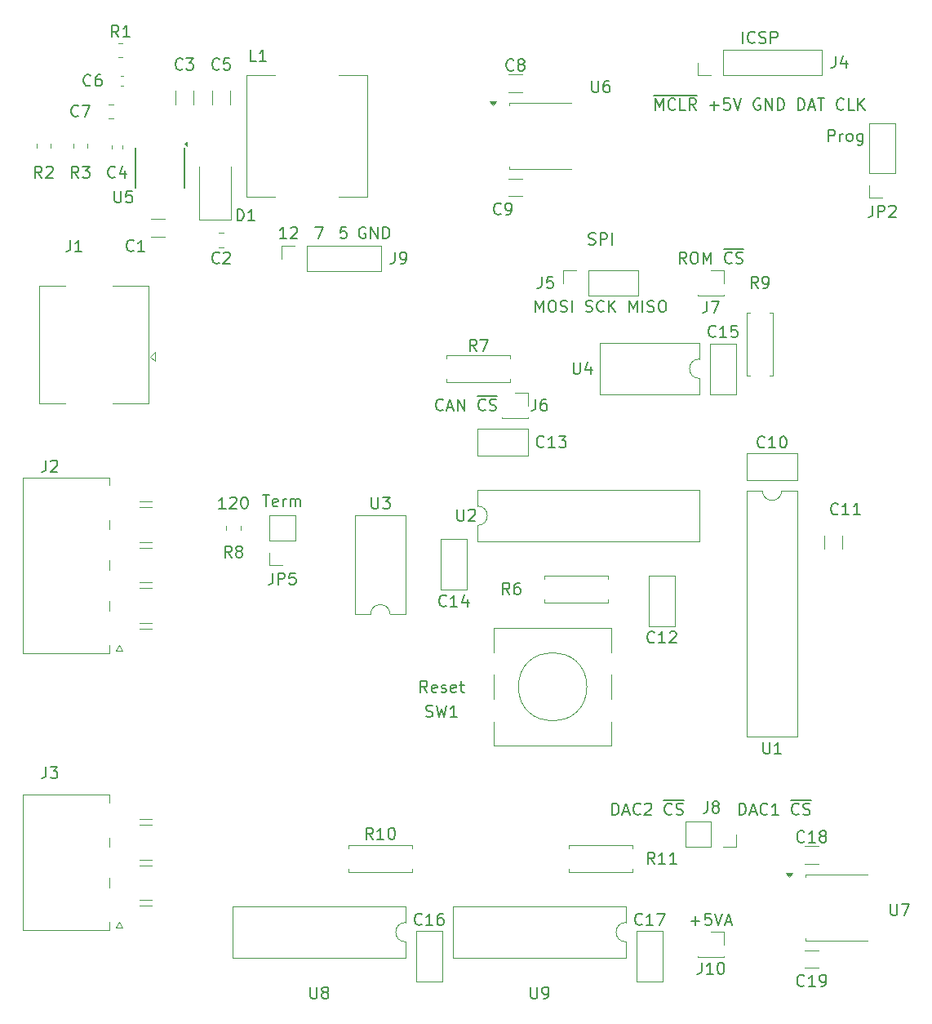
<source format=gbr>
%TF.GenerationSoftware,KiCad,Pcbnew,9.0.0*%
%TF.CreationDate,2025-10-01T11:12:32-04:00*%
%TF.ProjectId,can_gauge_interface,63616e5f-6761-4756-9765-5f696e746572,0.2*%
%TF.SameCoordinates,Original*%
%TF.FileFunction,Legend,Top*%
%TF.FilePolarity,Positive*%
%FSLAX46Y46*%
G04 Gerber Fmt 4.6, Leading zero omitted, Abs format (unit mm)*
G04 Created by KiCad (PCBNEW 9.0.0) date 2025-10-01 11:12:32*
%MOMM*%
%LPD*%
G01*
G04 APERTURE LIST*
%ADD10C,0.200000*%
%ADD11C,0.120000*%
%ADD12C,0.150000*%
G04 APERTURE END LIST*
D10*
X111801428Y-125515600D02*
X111972857Y-125572742D01*
X111972857Y-125572742D02*
X112258571Y-125572742D01*
X112258571Y-125572742D02*
X112372857Y-125515600D01*
X112372857Y-125515600D02*
X112429999Y-125458457D01*
X112429999Y-125458457D02*
X112487142Y-125344171D01*
X112487142Y-125344171D02*
X112487142Y-125229885D01*
X112487142Y-125229885D02*
X112429999Y-125115600D01*
X112429999Y-125115600D02*
X112372857Y-125058457D01*
X112372857Y-125058457D02*
X112258571Y-125001314D01*
X112258571Y-125001314D02*
X112029999Y-124944171D01*
X112029999Y-124944171D02*
X111915714Y-124887028D01*
X111915714Y-124887028D02*
X111858571Y-124829885D01*
X111858571Y-124829885D02*
X111801428Y-124715600D01*
X111801428Y-124715600D02*
X111801428Y-124601314D01*
X111801428Y-124601314D02*
X111858571Y-124487028D01*
X111858571Y-124487028D02*
X111915714Y-124429885D01*
X111915714Y-124429885D02*
X112029999Y-124372742D01*
X112029999Y-124372742D02*
X112315714Y-124372742D01*
X112315714Y-124372742D02*
X112487142Y-124429885D01*
X113001428Y-125572742D02*
X113001428Y-124372742D01*
X113001428Y-124372742D02*
X113458571Y-124372742D01*
X113458571Y-124372742D02*
X113572856Y-124429885D01*
X113572856Y-124429885D02*
X113629999Y-124487028D01*
X113629999Y-124487028D02*
X113687142Y-124601314D01*
X113687142Y-124601314D02*
X113687142Y-124772742D01*
X113687142Y-124772742D02*
X113629999Y-124887028D01*
X113629999Y-124887028D02*
X113572856Y-124944171D01*
X113572856Y-124944171D02*
X113458571Y-125001314D01*
X113458571Y-125001314D02*
X113001428Y-125001314D01*
X114201428Y-125572742D02*
X114201428Y-124372742D01*
X80416428Y-124937742D02*
X79730714Y-124937742D01*
X80073571Y-124937742D02*
X80073571Y-123737742D01*
X80073571Y-123737742D02*
X79959285Y-123909171D01*
X79959285Y-123909171D02*
X79845000Y-124023457D01*
X79845000Y-124023457D02*
X79730714Y-124080600D01*
X80873571Y-123852028D02*
X80930714Y-123794885D01*
X80930714Y-123794885D02*
X81045000Y-123737742D01*
X81045000Y-123737742D02*
X81330714Y-123737742D01*
X81330714Y-123737742D02*
X81445000Y-123794885D01*
X81445000Y-123794885D02*
X81502142Y-123852028D01*
X81502142Y-123852028D02*
X81559285Y-123966314D01*
X81559285Y-123966314D02*
X81559285Y-124080600D01*
X81559285Y-124080600D02*
X81502142Y-124252028D01*
X81502142Y-124252028D02*
X80816428Y-124937742D01*
X80816428Y-124937742D02*
X81559285Y-124937742D01*
X118711428Y-111602742D02*
X118711428Y-110402742D01*
X118711428Y-110402742D02*
X119111428Y-111259885D01*
X119111428Y-111259885D02*
X119511428Y-110402742D01*
X119511428Y-110402742D02*
X119511428Y-111602742D01*
X120768571Y-111488457D02*
X120711428Y-111545600D01*
X120711428Y-111545600D02*
X120540000Y-111602742D01*
X120540000Y-111602742D02*
X120425714Y-111602742D01*
X120425714Y-111602742D02*
X120254285Y-111545600D01*
X120254285Y-111545600D02*
X120140000Y-111431314D01*
X120140000Y-111431314D02*
X120082857Y-111317028D01*
X120082857Y-111317028D02*
X120025714Y-111088457D01*
X120025714Y-111088457D02*
X120025714Y-110917028D01*
X120025714Y-110917028D02*
X120082857Y-110688457D01*
X120082857Y-110688457D02*
X120140000Y-110574171D01*
X120140000Y-110574171D02*
X120254285Y-110459885D01*
X120254285Y-110459885D02*
X120425714Y-110402742D01*
X120425714Y-110402742D02*
X120540000Y-110402742D01*
X120540000Y-110402742D02*
X120711428Y-110459885D01*
X120711428Y-110459885D02*
X120768571Y-110517028D01*
X121854285Y-111602742D02*
X121282857Y-111602742D01*
X121282857Y-111602742D02*
X121282857Y-110402742D01*
X122940000Y-111602742D02*
X122540000Y-111031314D01*
X122254286Y-111602742D02*
X122254286Y-110402742D01*
X122254286Y-110402742D02*
X122711429Y-110402742D01*
X122711429Y-110402742D02*
X122825714Y-110459885D01*
X122825714Y-110459885D02*
X122882857Y-110517028D01*
X122882857Y-110517028D02*
X122940000Y-110631314D01*
X122940000Y-110631314D02*
X122940000Y-110802742D01*
X122940000Y-110802742D02*
X122882857Y-110917028D01*
X122882857Y-110917028D02*
X122825714Y-110974171D01*
X122825714Y-110974171D02*
X122711429Y-111031314D01*
X122711429Y-111031314D02*
X122254286Y-111031314D01*
X118545714Y-110069600D02*
X123048572Y-110069600D01*
X124368572Y-111145600D02*
X125282858Y-111145600D01*
X124825715Y-111602742D02*
X124825715Y-110688457D01*
X126425714Y-110402742D02*
X125854286Y-110402742D01*
X125854286Y-110402742D02*
X125797143Y-110974171D01*
X125797143Y-110974171D02*
X125854286Y-110917028D01*
X125854286Y-110917028D02*
X125968572Y-110859885D01*
X125968572Y-110859885D02*
X126254286Y-110859885D01*
X126254286Y-110859885D02*
X126368572Y-110917028D01*
X126368572Y-110917028D02*
X126425714Y-110974171D01*
X126425714Y-110974171D02*
X126482857Y-111088457D01*
X126482857Y-111088457D02*
X126482857Y-111374171D01*
X126482857Y-111374171D02*
X126425714Y-111488457D01*
X126425714Y-111488457D02*
X126368572Y-111545600D01*
X126368572Y-111545600D02*
X126254286Y-111602742D01*
X126254286Y-111602742D02*
X125968572Y-111602742D01*
X125968572Y-111602742D02*
X125854286Y-111545600D01*
X125854286Y-111545600D02*
X125797143Y-111488457D01*
X126825714Y-110402742D02*
X127225714Y-111602742D01*
X127225714Y-111602742D02*
X127625714Y-110402742D01*
X129568571Y-110459885D02*
X129454286Y-110402742D01*
X129454286Y-110402742D02*
X129282857Y-110402742D01*
X129282857Y-110402742D02*
X129111428Y-110459885D01*
X129111428Y-110459885D02*
X128997143Y-110574171D01*
X128997143Y-110574171D02*
X128940000Y-110688457D01*
X128940000Y-110688457D02*
X128882857Y-110917028D01*
X128882857Y-110917028D02*
X128882857Y-111088457D01*
X128882857Y-111088457D02*
X128940000Y-111317028D01*
X128940000Y-111317028D02*
X128997143Y-111431314D01*
X128997143Y-111431314D02*
X129111428Y-111545600D01*
X129111428Y-111545600D02*
X129282857Y-111602742D01*
X129282857Y-111602742D02*
X129397143Y-111602742D01*
X129397143Y-111602742D02*
X129568571Y-111545600D01*
X129568571Y-111545600D02*
X129625714Y-111488457D01*
X129625714Y-111488457D02*
X129625714Y-111088457D01*
X129625714Y-111088457D02*
X129397143Y-111088457D01*
X130140000Y-111602742D02*
X130140000Y-110402742D01*
X130140000Y-110402742D02*
X130825714Y-111602742D01*
X130825714Y-111602742D02*
X130825714Y-110402742D01*
X131397143Y-111602742D02*
X131397143Y-110402742D01*
X131397143Y-110402742D02*
X131682857Y-110402742D01*
X131682857Y-110402742D02*
X131854286Y-110459885D01*
X131854286Y-110459885D02*
X131968571Y-110574171D01*
X131968571Y-110574171D02*
X132025714Y-110688457D01*
X132025714Y-110688457D02*
X132082857Y-110917028D01*
X132082857Y-110917028D02*
X132082857Y-111088457D01*
X132082857Y-111088457D02*
X132025714Y-111317028D01*
X132025714Y-111317028D02*
X131968571Y-111431314D01*
X131968571Y-111431314D02*
X131854286Y-111545600D01*
X131854286Y-111545600D02*
X131682857Y-111602742D01*
X131682857Y-111602742D02*
X131397143Y-111602742D01*
X133511429Y-111602742D02*
X133511429Y-110402742D01*
X133511429Y-110402742D02*
X133797143Y-110402742D01*
X133797143Y-110402742D02*
X133968572Y-110459885D01*
X133968572Y-110459885D02*
X134082857Y-110574171D01*
X134082857Y-110574171D02*
X134140000Y-110688457D01*
X134140000Y-110688457D02*
X134197143Y-110917028D01*
X134197143Y-110917028D02*
X134197143Y-111088457D01*
X134197143Y-111088457D02*
X134140000Y-111317028D01*
X134140000Y-111317028D02*
X134082857Y-111431314D01*
X134082857Y-111431314D02*
X133968572Y-111545600D01*
X133968572Y-111545600D02*
X133797143Y-111602742D01*
X133797143Y-111602742D02*
X133511429Y-111602742D01*
X134654286Y-111259885D02*
X135225715Y-111259885D01*
X134540000Y-111602742D02*
X134940000Y-110402742D01*
X134940000Y-110402742D02*
X135340000Y-111602742D01*
X135568571Y-110402742D02*
X136254286Y-110402742D01*
X135911428Y-111602742D02*
X135911428Y-110402742D01*
X138254286Y-111488457D02*
X138197143Y-111545600D01*
X138197143Y-111545600D02*
X138025715Y-111602742D01*
X138025715Y-111602742D02*
X137911429Y-111602742D01*
X137911429Y-111602742D02*
X137740000Y-111545600D01*
X137740000Y-111545600D02*
X137625715Y-111431314D01*
X137625715Y-111431314D02*
X137568572Y-111317028D01*
X137568572Y-111317028D02*
X137511429Y-111088457D01*
X137511429Y-111088457D02*
X137511429Y-110917028D01*
X137511429Y-110917028D02*
X137568572Y-110688457D01*
X137568572Y-110688457D02*
X137625715Y-110574171D01*
X137625715Y-110574171D02*
X137740000Y-110459885D01*
X137740000Y-110459885D02*
X137911429Y-110402742D01*
X137911429Y-110402742D02*
X138025715Y-110402742D01*
X138025715Y-110402742D02*
X138197143Y-110459885D01*
X138197143Y-110459885D02*
X138254286Y-110517028D01*
X139340000Y-111602742D02*
X138768572Y-111602742D01*
X138768572Y-111602742D02*
X138768572Y-110402742D01*
X139740001Y-111602742D02*
X139740001Y-110402742D01*
X140425715Y-111602742D02*
X139911429Y-110917028D01*
X140425715Y-110402742D02*
X139740001Y-111088457D01*
X88620714Y-123794885D02*
X88506429Y-123737742D01*
X88506429Y-123737742D02*
X88335000Y-123737742D01*
X88335000Y-123737742D02*
X88163571Y-123794885D01*
X88163571Y-123794885D02*
X88049286Y-123909171D01*
X88049286Y-123909171D02*
X87992143Y-124023457D01*
X87992143Y-124023457D02*
X87935000Y-124252028D01*
X87935000Y-124252028D02*
X87935000Y-124423457D01*
X87935000Y-124423457D02*
X87992143Y-124652028D01*
X87992143Y-124652028D02*
X88049286Y-124766314D01*
X88049286Y-124766314D02*
X88163571Y-124880600D01*
X88163571Y-124880600D02*
X88335000Y-124937742D01*
X88335000Y-124937742D02*
X88449286Y-124937742D01*
X88449286Y-124937742D02*
X88620714Y-124880600D01*
X88620714Y-124880600D02*
X88677857Y-124823457D01*
X88677857Y-124823457D02*
X88677857Y-124423457D01*
X88677857Y-124423457D02*
X88449286Y-124423457D01*
X89192143Y-124937742D02*
X89192143Y-123737742D01*
X89192143Y-123737742D02*
X89877857Y-124937742D01*
X89877857Y-124937742D02*
X89877857Y-123737742D01*
X90449286Y-124937742D02*
X90449286Y-123737742D01*
X90449286Y-123737742D02*
X90735000Y-123737742D01*
X90735000Y-123737742D02*
X90906429Y-123794885D01*
X90906429Y-123794885D02*
X91020714Y-123909171D01*
X91020714Y-123909171D02*
X91077857Y-124023457D01*
X91077857Y-124023457D02*
X91135000Y-124252028D01*
X91135000Y-124252028D02*
X91135000Y-124423457D01*
X91135000Y-124423457D02*
X91077857Y-124652028D01*
X91077857Y-124652028D02*
X91020714Y-124766314D01*
X91020714Y-124766314D02*
X90906429Y-124880600D01*
X90906429Y-124880600D02*
X90735000Y-124937742D01*
X90735000Y-124937742D02*
X90449286Y-124937742D01*
X83420000Y-123737742D02*
X84220000Y-123737742D01*
X84220000Y-123737742D02*
X83705714Y-124937742D01*
X114245565Y-184694742D02*
X114245565Y-183494742D01*
X114245565Y-183494742D02*
X114531279Y-183494742D01*
X114531279Y-183494742D02*
X114702708Y-183551885D01*
X114702708Y-183551885D02*
X114816993Y-183666171D01*
X114816993Y-183666171D02*
X114874136Y-183780457D01*
X114874136Y-183780457D02*
X114931279Y-184009028D01*
X114931279Y-184009028D02*
X114931279Y-184180457D01*
X114931279Y-184180457D02*
X114874136Y-184409028D01*
X114874136Y-184409028D02*
X114816993Y-184523314D01*
X114816993Y-184523314D02*
X114702708Y-184637600D01*
X114702708Y-184637600D02*
X114531279Y-184694742D01*
X114531279Y-184694742D02*
X114245565Y-184694742D01*
X115388422Y-184351885D02*
X115959851Y-184351885D01*
X115274136Y-184694742D02*
X115674136Y-183494742D01*
X115674136Y-183494742D02*
X116074136Y-184694742D01*
X117159850Y-184580457D02*
X117102707Y-184637600D01*
X117102707Y-184637600D02*
X116931279Y-184694742D01*
X116931279Y-184694742D02*
X116816993Y-184694742D01*
X116816993Y-184694742D02*
X116645564Y-184637600D01*
X116645564Y-184637600D02*
X116531279Y-184523314D01*
X116531279Y-184523314D02*
X116474136Y-184409028D01*
X116474136Y-184409028D02*
X116416993Y-184180457D01*
X116416993Y-184180457D02*
X116416993Y-184009028D01*
X116416993Y-184009028D02*
X116474136Y-183780457D01*
X116474136Y-183780457D02*
X116531279Y-183666171D01*
X116531279Y-183666171D02*
X116645564Y-183551885D01*
X116645564Y-183551885D02*
X116816993Y-183494742D01*
X116816993Y-183494742D02*
X116931279Y-183494742D01*
X116931279Y-183494742D02*
X117102707Y-183551885D01*
X117102707Y-183551885D02*
X117159850Y-183609028D01*
X117616993Y-183609028D02*
X117674136Y-183551885D01*
X117674136Y-183551885D02*
X117788422Y-183494742D01*
X117788422Y-183494742D02*
X118074136Y-183494742D01*
X118074136Y-183494742D02*
X118188422Y-183551885D01*
X118188422Y-183551885D02*
X118245564Y-183609028D01*
X118245564Y-183609028D02*
X118302707Y-183723314D01*
X118302707Y-183723314D02*
X118302707Y-183837600D01*
X118302707Y-183837600D02*
X118245564Y-184009028D01*
X118245564Y-184009028D02*
X117559850Y-184694742D01*
X117559850Y-184694742D02*
X118302707Y-184694742D01*
X120416993Y-184580457D02*
X120359850Y-184637600D01*
X120359850Y-184637600D02*
X120188422Y-184694742D01*
X120188422Y-184694742D02*
X120074136Y-184694742D01*
X120074136Y-184694742D02*
X119902707Y-184637600D01*
X119902707Y-184637600D02*
X119788422Y-184523314D01*
X119788422Y-184523314D02*
X119731279Y-184409028D01*
X119731279Y-184409028D02*
X119674136Y-184180457D01*
X119674136Y-184180457D02*
X119674136Y-184009028D01*
X119674136Y-184009028D02*
X119731279Y-183780457D01*
X119731279Y-183780457D02*
X119788422Y-183666171D01*
X119788422Y-183666171D02*
X119902707Y-183551885D01*
X119902707Y-183551885D02*
X120074136Y-183494742D01*
X120074136Y-183494742D02*
X120188422Y-183494742D01*
X120188422Y-183494742D02*
X120359850Y-183551885D01*
X120359850Y-183551885D02*
X120416993Y-183609028D01*
X120874136Y-184637600D02*
X121045565Y-184694742D01*
X121045565Y-184694742D02*
X121331279Y-184694742D01*
X121331279Y-184694742D02*
X121445565Y-184637600D01*
X121445565Y-184637600D02*
X121502707Y-184580457D01*
X121502707Y-184580457D02*
X121559850Y-184466171D01*
X121559850Y-184466171D02*
X121559850Y-184351885D01*
X121559850Y-184351885D02*
X121502707Y-184237600D01*
X121502707Y-184237600D02*
X121445565Y-184180457D01*
X121445565Y-184180457D02*
X121331279Y-184123314D01*
X121331279Y-184123314D02*
X121102707Y-184066171D01*
X121102707Y-184066171D02*
X120988422Y-184009028D01*
X120988422Y-184009028D02*
X120931279Y-183951885D01*
X120931279Y-183951885D02*
X120874136Y-183837600D01*
X120874136Y-183837600D02*
X120874136Y-183723314D01*
X120874136Y-183723314D02*
X120931279Y-183609028D01*
X120931279Y-183609028D02*
X120988422Y-183551885D01*
X120988422Y-183551885D02*
X121102707Y-183494742D01*
X121102707Y-183494742D02*
X121388422Y-183494742D01*
X121388422Y-183494742D02*
X121559850Y-183551885D01*
X119565565Y-183161600D02*
X121668422Y-183161600D01*
X127417292Y-184694742D02*
X127417292Y-183494742D01*
X127417292Y-183494742D02*
X127703006Y-183494742D01*
X127703006Y-183494742D02*
X127874435Y-183551885D01*
X127874435Y-183551885D02*
X127988720Y-183666171D01*
X127988720Y-183666171D02*
X128045863Y-183780457D01*
X128045863Y-183780457D02*
X128103006Y-184009028D01*
X128103006Y-184009028D02*
X128103006Y-184180457D01*
X128103006Y-184180457D02*
X128045863Y-184409028D01*
X128045863Y-184409028D02*
X127988720Y-184523314D01*
X127988720Y-184523314D02*
X127874435Y-184637600D01*
X127874435Y-184637600D02*
X127703006Y-184694742D01*
X127703006Y-184694742D02*
X127417292Y-184694742D01*
X128560149Y-184351885D02*
X129131578Y-184351885D01*
X128445863Y-184694742D02*
X128845863Y-183494742D01*
X128845863Y-183494742D02*
X129245863Y-184694742D01*
X130331577Y-184580457D02*
X130274434Y-184637600D01*
X130274434Y-184637600D02*
X130103006Y-184694742D01*
X130103006Y-184694742D02*
X129988720Y-184694742D01*
X129988720Y-184694742D02*
X129817291Y-184637600D01*
X129817291Y-184637600D02*
X129703006Y-184523314D01*
X129703006Y-184523314D02*
X129645863Y-184409028D01*
X129645863Y-184409028D02*
X129588720Y-184180457D01*
X129588720Y-184180457D02*
X129588720Y-184009028D01*
X129588720Y-184009028D02*
X129645863Y-183780457D01*
X129645863Y-183780457D02*
X129703006Y-183666171D01*
X129703006Y-183666171D02*
X129817291Y-183551885D01*
X129817291Y-183551885D02*
X129988720Y-183494742D01*
X129988720Y-183494742D02*
X130103006Y-183494742D01*
X130103006Y-183494742D02*
X130274434Y-183551885D01*
X130274434Y-183551885D02*
X130331577Y-183609028D01*
X131474434Y-184694742D02*
X130788720Y-184694742D01*
X131131577Y-184694742D02*
X131131577Y-183494742D01*
X131131577Y-183494742D02*
X131017291Y-183666171D01*
X131017291Y-183666171D02*
X130903006Y-183780457D01*
X130903006Y-183780457D02*
X130788720Y-183837600D01*
X133588720Y-184580457D02*
X133531577Y-184637600D01*
X133531577Y-184637600D02*
X133360149Y-184694742D01*
X133360149Y-184694742D02*
X133245863Y-184694742D01*
X133245863Y-184694742D02*
X133074434Y-184637600D01*
X133074434Y-184637600D02*
X132960149Y-184523314D01*
X132960149Y-184523314D02*
X132903006Y-184409028D01*
X132903006Y-184409028D02*
X132845863Y-184180457D01*
X132845863Y-184180457D02*
X132845863Y-184009028D01*
X132845863Y-184009028D02*
X132903006Y-183780457D01*
X132903006Y-183780457D02*
X132960149Y-183666171D01*
X132960149Y-183666171D02*
X133074434Y-183551885D01*
X133074434Y-183551885D02*
X133245863Y-183494742D01*
X133245863Y-183494742D02*
X133360149Y-183494742D01*
X133360149Y-183494742D02*
X133531577Y-183551885D01*
X133531577Y-183551885D02*
X133588720Y-183609028D01*
X134045863Y-184637600D02*
X134217292Y-184694742D01*
X134217292Y-184694742D02*
X134503006Y-184694742D01*
X134503006Y-184694742D02*
X134617292Y-184637600D01*
X134617292Y-184637600D02*
X134674434Y-184580457D01*
X134674434Y-184580457D02*
X134731577Y-184466171D01*
X134731577Y-184466171D02*
X134731577Y-184351885D01*
X134731577Y-184351885D02*
X134674434Y-184237600D01*
X134674434Y-184237600D02*
X134617292Y-184180457D01*
X134617292Y-184180457D02*
X134503006Y-184123314D01*
X134503006Y-184123314D02*
X134274434Y-184066171D01*
X134274434Y-184066171D02*
X134160149Y-184009028D01*
X134160149Y-184009028D02*
X134103006Y-183951885D01*
X134103006Y-183951885D02*
X134045863Y-183837600D01*
X134045863Y-183837600D02*
X134045863Y-183723314D01*
X134045863Y-183723314D02*
X134103006Y-183609028D01*
X134103006Y-183609028D02*
X134160149Y-183551885D01*
X134160149Y-183551885D02*
X134274434Y-183494742D01*
X134274434Y-183494742D02*
X134560149Y-183494742D01*
X134560149Y-183494742D02*
X134731577Y-183551885D01*
X132737292Y-183161600D02*
X134840149Y-183161600D01*
X106287142Y-132557742D02*
X106287142Y-131357742D01*
X106287142Y-131357742D02*
X106687142Y-132214885D01*
X106687142Y-132214885D02*
X107087142Y-131357742D01*
X107087142Y-131357742D02*
X107087142Y-132557742D01*
X107887142Y-131357742D02*
X108115714Y-131357742D01*
X108115714Y-131357742D02*
X108229999Y-131414885D01*
X108229999Y-131414885D02*
X108344285Y-131529171D01*
X108344285Y-131529171D02*
X108401428Y-131757742D01*
X108401428Y-131757742D02*
X108401428Y-132157742D01*
X108401428Y-132157742D02*
X108344285Y-132386314D01*
X108344285Y-132386314D02*
X108229999Y-132500600D01*
X108229999Y-132500600D02*
X108115714Y-132557742D01*
X108115714Y-132557742D02*
X107887142Y-132557742D01*
X107887142Y-132557742D02*
X107772857Y-132500600D01*
X107772857Y-132500600D02*
X107658571Y-132386314D01*
X107658571Y-132386314D02*
X107601428Y-132157742D01*
X107601428Y-132157742D02*
X107601428Y-131757742D01*
X107601428Y-131757742D02*
X107658571Y-131529171D01*
X107658571Y-131529171D02*
X107772857Y-131414885D01*
X107772857Y-131414885D02*
X107887142Y-131357742D01*
X108858571Y-132500600D02*
X109030000Y-132557742D01*
X109030000Y-132557742D02*
X109315714Y-132557742D01*
X109315714Y-132557742D02*
X109430000Y-132500600D01*
X109430000Y-132500600D02*
X109487142Y-132443457D01*
X109487142Y-132443457D02*
X109544285Y-132329171D01*
X109544285Y-132329171D02*
X109544285Y-132214885D01*
X109544285Y-132214885D02*
X109487142Y-132100600D01*
X109487142Y-132100600D02*
X109430000Y-132043457D01*
X109430000Y-132043457D02*
X109315714Y-131986314D01*
X109315714Y-131986314D02*
X109087142Y-131929171D01*
X109087142Y-131929171D02*
X108972857Y-131872028D01*
X108972857Y-131872028D02*
X108915714Y-131814885D01*
X108915714Y-131814885D02*
X108858571Y-131700600D01*
X108858571Y-131700600D02*
X108858571Y-131586314D01*
X108858571Y-131586314D02*
X108915714Y-131472028D01*
X108915714Y-131472028D02*
X108972857Y-131414885D01*
X108972857Y-131414885D02*
X109087142Y-131357742D01*
X109087142Y-131357742D02*
X109372857Y-131357742D01*
X109372857Y-131357742D02*
X109544285Y-131414885D01*
X110058571Y-132557742D02*
X110058571Y-131357742D01*
X111487143Y-132500600D02*
X111658572Y-132557742D01*
X111658572Y-132557742D02*
X111944286Y-132557742D01*
X111944286Y-132557742D02*
X112058572Y-132500600D01*
X112058572Y-132500600D02*
X112115714Y-132443457D01*
X112115714Y-132443457D02*
X112172857Y-132329171D01*
X112172857Y-132329171D02*
X112172857Y-132214885D01*
X112172857Y-132214885D02*
X112115714Y-132100600D01*
X112115714Y-132100600D02*
X112058572Y-132043457D01*
X112058572Y-132043457D02*
X111944286Y-131986314D01*
X111944286Y-131986314D02*
X111715714Y-131929171D01*
X111715714Y-131929171D02*
X111601429Y-131872028D01*
X111601429Y-131872028D02*
X111544286Y-131814885D01*
X111544286Y-131814885D02*
X111487143Y-131700600D01*
X111487143Y-131700600D02*
X111487143Y-131586314D01*
X111487143Y-131586314D02*
X111544286Y-131472028D01*
X111544286Y-131472028D02*
X111601429Y-131414885D01*
X111601429Y-131414885D02*
X111715714Y-131357742D01*
X111715714Y-131357742D02*
X112001429Y-131357742D01*
X112001429Y-131357742D02*
X112172857Y-131414885D01*
X113372857Y-132443457D02*
X113315714Y-132500600D01*
X113315714Y-132500600D02*
X113144286Y-132557742D01*
X113144286Y-132557742D02*
X113030000Y-132557742D01*
X113030000Y-132557742D02*
X112858571Y-132500600D01*
X112858571Y-132500600D02*
X112744286Y-132386314D01*
X112744286Y-132386314D02*
X112687143Y-132272028D01*
X112687143Y-132272028D02*
X112630000Y-132043457D01*
X112630000Y-132043457D02*
X112630000Y-131872028D01*
X112630000Y-131872028D02*
X112687143Y-131643457D01*
X112687143Y-131643457D02*
X112744286Y-131529171D01*
X112744286Y-131529171D02*
X112858571Y-131414885D01*
X112858571Y-131414885D02*
X113030000Y-131357742D01*
X113030000Y-131357742D02*
X113144286Y-131357742D01*
X113144286Y-131357742D02*
X113315714Y-131414885D01*
X113315714Y-131414885D02*
X113372857Y-131472028D01*
X113887143Y-132557742D02*
X113887143Y-131357742D01*
X114572857Y-132557742D02*
X114058571Y-131872028D01*
X114572857Y-131357742D02*
X113887143Y-132043457D01*
X116001429Y-132557742D02*
X116001429Y-131357742D01*
X116001429Y-131357742D02*
X116401429Y-132214885D01*
X116401429Y-132214885D02*
X116801429Y-131357742D01*
X116801429Y-131357742D02*
X116801429Y-132557742D01*
X117372858Y-132557742D02*
X117372858Y-131357742D01*
X117887144Y-132500600D02*
X118058573Y-132557742D01*
X118058573Y-132557742D02*
X118344287Y-132557742D01*
X118344287Y-132557742D02*
X118458573Y-132500600D01*
X118458573Y-132500600D02*
X118515715Y-132443457D01*
X118515715Y-132443457D02*
X118572858Y-132329171D01*
X118572858Y-132329171D02*
X118572858Y-132214885D01*
X118572858Y-132214885D02*
X118515715Y-132100600D01*
X118515715Y-132100600D02*
X118458573Y-132043457D01*
X118458573Y-132043457D02*
X118344287Y-131986314D01*
X118344287Y-131986314D02*
X118115715Y-131929171D01*
X118115715Y-131929171D02*
X118001430Y-131872028D01*
X118001430Y-131872028D02*
X117944287Y-131814885D01*
X117944287Y-131814885D02*
X117887144Y-131700600D01*
X117887144Y-131700600D02*
X117887144Y-131586314D01*
X117887144Y-131586314D02*
X117944287Y-131472028D01*
X117944287Y-131472028D02*
X118001430Y-131414885D01*
X118001430Y-131414885D02*
X118115715Y-131357742D01*
X118115715Y-131357742D02*
X118401430Y-131357742D01*
X118401430Y-131357742D02*
X118572858Y-131414885D01*
X119315715Y-131357742D02*
X119544287Y-131357742D01*
X119544287Y-131357742D02*
X119658572Y-131414885D01*
X119658572Y-131414885D02*
X119772858Y-131529171D01*
X119772858Y-131529171D02*
X119830001Y-131757742D01*
X119830001Y-131757742D02*
X119830001Y-132157742D01*
X119830001Y-132157742D02*
X119772858Y-132386314D01*
X119772858Y-132386314D02*
X119658572Y-132500600D01*
X119658572Y-132500600D02*
X119544287Y-132557742D01*
X119544287Y-132557742D02*
X119315715Y-132557742D01*
X119315715Y-132557742D02*
X119201430Y-132500600D01*
X119201430Y-132500600D02*
X119087144Y-132386314D01*
X119087144Y-132386314D02*
X119030001Y-132157742D01*
X119030001Y-132157742D02*
X119030001Y-131757742D01*
X119030001Y-131757742D02*
X119087144Y-131529171D01*
X119087144Y-131529171D02*
X119201430Y-131414885D01*
X119201430Y-131414885D02*
X119315715Y-131357742D01*
X86645714Y-123737742D02*
X86074286Y-123737742D01*
X86074286Y-123737742D02*
X86017143Y-124309171D01*
X86017143Y-124309171D02*
X86074286Y-124252028D01*
X86074286Y-124252028D02*
X86188572Y-124194885D01*
X86188572Y-124194885D02*
X86474286Y-124194885D01*
X86474286Y-124194885D02*
X86588572Y-124252028D01*
X86588572Y-124252028D02*
X86645714Y-124309171D01*
X86645714Y-124309171D02*
X86702857Y-124423457D01*
X86702857Y-124423457D02*
X86702857Y-124709171D01*
X86702857Y-124709171D02*
X86645714Y-124823457D01*
X86645714Y-124823457D02*
X86588572Y-124880600D01*
X86588572Y-124880600D02*
X86474286Y-124937742D01*
X86474286Y-124937742D02*
X86188572Y-124937742D01*
X86188572Y-124937742D02*
X86074286Y-124880600D01*
X86074286Y-124880600D02*
X86017143Y-124823457D01*
X77269999Y-106589742D02*
X76698571Y-106589742D01*
X76698571Y-106589742D02*
X76698571Y-105389742D01*
X78298571Y-106589742D02*
X77612857Y-106589742D01*
X77955714Y-106589742D02*
X77955714Y-105389742D01*
X77955714Y-105389742D02*
X77841428Y-105561171D01*
X77841428Y-105561171D02*
X77727143Y-105675457D01*
X77727143Y-105675457D02*
X77612857Y-105732600D01*
X124060000Y-131424742D02*
X124060000Y-132281885D01*
X124060000Y-132281885D02*
X124002857Y-132453314D01*
X124002857Y-132453314D02*
X123888571Y-132567600D01*
X123888571Y-132567600D02*
X123717143Y-132624742D01*
X123717143Y-132624742D02*
X123602857Y-132624742D01*
X124517143Y-131424742D02*
X125317143Y-131424742D01*
X125317143Y-131424742D02*
X124802857Y-132624742D01*
X121888571Y-127544742D02*
X121488571Y-126973314D01*
X121202857Y-127544742D02*
X121202857Y-126344742D01*
X121202857Y-126344742D02*
X121660000Y-126344742D01*
X121660000Y-126344742D02*
X121774285Y-126401885D01*
X121774285Y-126401885D02*
X121831428Y-126459028D01*
X121831428Y-126459028D02*
X121888571Y-126573314D01*
X121888571Y-126573314D02*
X121888571Y-126744742D01*
X121888571Y-126744742D02*
X121831428Y-126859028D01*
X121831428Y-126859028D02*
X121774285Y-126916171D01*
X121774285Y-126916171D02*
X121660000Y-126973314D01*
X121660000Y-126973314D02*
X121202857Y-126973314D01*
X122631428Y-126344742D02*
X122860000Y-126344742D01*
X122860000Y-126344742D02*
X122974285Y-126401885D01*
X122974285Y-126401885D02*
X123088571Y-126516171D01*
X123088571Y-126516171D02*
X123145714Y-126744742D01*
X123145714Y-126744742D02*
X123145714Y-127144742D01*
X123145714Y-127144742D02*
X123088571Y-127373314D01*
X123088571Y-127373314D02*
X122974285Y-127487600D01*
X122974285Y-127487600D02*
X122860000Y-127544742D01*
X122860000Y-127544742D02*
X122631428Y-127544742D01*
X122631428Y-127544742D02*
X122517143Y-127487600D01*
X122517143Y-127487600D02*
X122402857Y-127373314D01*
X122402857Y-127373314D02*
X122345714Y-127144742D01*
X122345714Y-127144742D02*
X122345714Y-126744742D01*
X122345714Y-126744742D02*
X122402857Y-126516171D01*
X122402857Y-126516171D02*
X122517143Y-126401885D01*
X122517143Y-126401885D02*
X122631428Y-126344742D01*
X123660000Y-127544742D02*
X123660000Y-126344742D01*
X123660000Y-126344742D02*
X124060000Y-127201885D01*
X124060000Y-127201885D02*
X124460000Y-126344742D01*
X124460000Y-126344742D02*
X124460000Y-127544742D01*
X126631429Y-127430457D02*
X126574286Y-127487600D01*
X126574286Y-127487600D02*
X126402858Y-127544742D01*
X126402858Y-127544742D02*
X126288572Y-127544742D01*
X126288572Y-127544742D02*
X126117143Y-127487600D01*
X126117143Y-127487600D02*
X126002858Y-127373314D01*
X126002858Y-127373314D02*
X125945715Y-127259028D01*
X125945715Y-127259028D02*
X125888572Y-127030457D01*
X125888572Y-127030457D02*
X125888572Y-126859028D01*
X125888572Y-126859028D02*
X125945715Y-126630457D01*
X125945715Y-126630457D02*
X126002858Y-126516171D01*
X126002858Y-126516171D02*
X126117143Y-126401885D01*
X126117143Y-126401885D02*
X126288572Y-126344742D01*
X126288572Y-126344742D02*
X126402858Y-126344742D01*
X126402858Y-126344742D02*
X126574286Y-126401885D01*
X126574286Y-126401885D02*
X126631429Y-126459028D01*
X127088572Y-127487600D02*
X127260001Y-127544742D01*
X127260001Y-127544742D02*
X127545715Y-127544742D01*
X127545715Y-127544742D02*
X127660001Y-127487600D01*
X127660001Y-127487600D02*
X127717143Y-127430457D01*
X127717143Y-127430457D02*
X127774286Y-127316171D01*
X127774286Y-127316171D02*
X127774286Y-127201885D01*
X127774286Y-127201885D02*
X127717143Y-127087600D01*
X127717143Y-127087600D02*
X127660001Y-127030457D01*
X127660001Y-127030457D02*
X127545715Y-126973314D01*
X127545715Y-126973314D02*
X127317143Y-126916171D01*
X127317143Y-126916171D02*
X127202858Y-126859028D01*
X127202858Y-126859028D02*
X127145715Y-126801885D01*
X127145715Y-126801885D02*
X127088572Y-126687600D01*
X127088572Y-126687600D02*
X127088572Y-126573314D01*
X127088572Y-126573314D02*
X127145715Y-126459028D01*
X127145715Y-126459028D02*
X127202858Y-126401885D01*
X127202858Y-126401885D02*
X127317143Y-126344742D01*
X127317143Y-126344742D02*
X127602858Y-126344742D01*
X127602858Y-126344742D02*
X127774286Y-126401885D01*
X125780001Y-126011600D02*
X127882858Y-126011600D01*
X102670000Y-122350457D02*
X102612857Y-122407600D01*
X102612857Y-122407600D02*
X102441429Y-122464742D01*
X102441429Y-122464742D02*
X102327143Y-122464742D01*
X102327143Y-122464742D02*
X102155714Y-122407600D01*
X102155714Y-122407600D02*
X102041429Y-122293314D01*
X102041429Y-122293314D02*
X101984286Y-122179028D01*
X101984286Y-122179028D02*
X101927143Y-121950457D01*
X101927143Y-121950457D02*
X101927143Y-121779028D01*
X101927143Y-121779028D02*
X101984286Y-121550457D01*
X101984286Y-121550457D02*
X102041429Y-121436171D01*
X102041429Y-121436171D02*
X102155714Y-121321885D01*
X102155714Y-121321885D02*
X102327143Y-121264742D01*
X102327143Y-121264742D02*
X102441429Y-121264742D01*
X102441429Y-121264742D02*
X102612857Y-121321885D01*
X102612857Y-121321885D02*
X102670000Y-121379028D01*
X103241429Y-122464742D02*
X103470000Y-122464742D01*
X103470000Y-122464742D02*
X103584286Y-122407600D01*
X103584286Y-122407600D02*
X103641429Y-122350457D01*
X103641429Y-122350457D02*
X103755714Y-122179028D01*
X103755714Y-122179028D02*
X103812857Y-121950457D01*
X103812857Y-121950457D02*
X103812857Y-121493314D01*
X103812857Y-121493314D02*
X103755714Y-121379028D01*
X103755714Y-121379028D02*
X103698572Y-121321885D01*
X103698572Y-121321885D02*
X103584286Y-121264742D01*
X103584286Y-121264742D02*
X103355714Y-121264742D01*
X103355714Y-121264742D02*
X103241429Y-121321885D01*
X103241429Y-121321885D02*
X103184286Y-121379028D01*
X103184286Y-121379028D02*
X103127143Y-121493314D01*
X103127143Y-121493314D02*
X103127143Y-121779028D01*
X103127143Y-121779028D02*
X103184286Y-121893314D01*
X103184286Y-121893314D02*
X103241429Y-121950457D01*
X103241429Y-121950457D02*
X103355714Y-122007600D01*
X103355714Y-122007600D02*
X103584286Y-122007600D01*
X103584286Y-122007600D02*
X103698572Y-121950457D01*
X103698572Y-121950457D02*
X103755714Y-121893314D01*
X103755714Y-121893314D02*
X103812857Y-121779028D01*
X58855000Y-112190457D02*
X58797857Y-112247600D01*
X58797857Y-112247600D02*
X58626429Y-112304742D01*
X58626429Y-112304742D02*
X58512143Y-112304742D01*
X58512143Y-112304742D02*
X58340714Y-112247600D01*
X58340714Y-112247600D02*
X58226429Y-112133314D01*
X58226429Y-112133314D02*
X58169286Y-112019028D01*
X58169286Y-112019028D02*
X58112143Y-111790457D01*
X58112143Y-111790457D02*
X58112143Y-111619028D01*
X58112143Y-111619028D02*
X58169286Y-111390457D01*
X58169286Y-111390457D02*
X58226429Y-111276171D01*
X58226429Y-111276171D02*
X58340714Y-111161885D01*
X58340714Y-111161885D02*
X58512143Y-111104742D01*
X58512143Y-111104742D02*
X58626429Y-111104742D01*
X58626429Y-111104742D02*
X58797857Y-111161885D01*
X58797857Y-111161885D02*
X58855000Y-111219028D01*
X59255000Y-111104742D02*
X60055000Y-111104742D01*
X60055000Y-111104742D02*
X59540714Y-112304742D01*
X91675000Y-126344742D02*
X91675000Y-127201885D01*
X91675000Y-127201885D02*
X91617857Y-127373314D01*
X91617857Y-127373314D02*
X91503571Y-127487600D01*
X91503571Y-127487600D02*
X91332143Y-127544742D01*
X91332143Y-127544742D02*
X91217857Y-127544742D01*
X92303572Y-127544742D02*
X92532143Y-127544742D01*
X92532143Y-127544742D02*
X92646429Y-127487600D01*
X92646429Y-127487600D02*
X92703572Y-127430457D01*
X92703572Y-127430457D02*
X92817857Y-127259028D01*
X92817857Y-127259028D02*
X92875000Y-127030457D01*
X92875000Y-127030457D02*
X92875000Y-126573314D01*
X92875000Y-126573314D02*
X92817857Y-126459028D01*
X92817857Y-126459028D02*
X92760715Y-126401885D01*
X92760715Y-126401885D02*
X92646429Y-126344742D01*
X92646429Y-126344742D02*
X92417857Y-126344742D01*
X92417857Y-126344742D02*
X92303572Y-126401885D01*
X92303572Y-126401885D02*
X92246429Y-126459028D01*
X92246429Y-126459028D02*
X92189286Y-126573314D01*
X92189286Y-126573314D02*
X92189286Y-126859028D01*
X92189286Y-126859028D02*
X92246429Y-126973314D01*
X92246429Y-126973314D02*
X92303572Y-127030457D01*
X92303572Y-127030457D02*
X92417857Y-127087600D01*
X92417857Y-127087600D02*
X92646429Y-127087600D01*
X92646429Y-127087600D02*
X92760715Y-127030457D01*
X92760715Y-127030457D02*
X92817857Y-126973314D01*
X92817857Y-126973314D02*
X92875000Y-126859028D01*
X134151571Y-202360457D02*
X134094428Y-202417600D01*
X134094428Y-202417600D02*
X133923000Y-202474742D01*
X133923000Y-202474742D02*
X133808714Y-202474742D01*
X133808714Y-202474742D02*
X133637285Y-202417600D01*
X133637285Y-202417600D02*
X133523000Y-202303314D01*
X133523000Y-202303314D02*
X133465857Y-202189028D01*
X133465857Y-202189028D02*
X133408714Y-201960457D01*
X133408714Y-201960457D02*
X133408714Y-201789028D01*
X133408714Y-201789028D02*
X133465857Y-201560457D01*
X133465857Y-201560457D02*
X133523000Y-201446171D01*
X133523000Y-201446171D02*
X133637285Y-201331885D01*
X133637285Y-201331885D02*
X133808714Y-201274742D01*
X133808714Y-201274742D02*
X133923000Y-201274742D01*
X133923000Y-201274742D02*
X134094428Y-201331885D01*
X134094428Y-201331885D02*
X134151571Y-201389028D01*
X135294428Y-202474742D02*
X134608714Y-202474742D01*
X134951571Y-202474742D02*
X134951571Y-201274742D01*
X134951571Y-201274742D02*
X134837285Y-201446171D01*
X134837285Y-201446171D02*
X134723000Y-201560457D01*
X134723000Y-201560457D02*
X134608714Y-201617600D01*
X135865857Y-202474742D02*
X136094428Y-202474742D01*
X136094428Y-202474742D02*
X136208714Y-202417600D01*
X136208714Y-202417600D02*
X136265857Y-202360457D01*
X136265857Y-202360457D02*
X136380142Y-202189028D01*
X136380142Y-202189028D02*
X136437285Y-201960457D01*
X136437285Y-201960457D02*
X136437285Y-201503314D01*
X136437285Y-201503314D02*
X136380142Y-201389028D01*
X136380142Y-201389028D02*
X136323000Y-201331885D01*
X136323000Y-201331885D02*
X136208714Y-201274742D01*
X136208714Y-201274742D02*
X135980142Y-201274742D01*
X135980142Y-201274742D02*
X135865857Y-201331885D01*
X135865857Y-201331885D02*
X135808714Y-201389028D01*
X135808714Y-201389028D02*
X135751571Y-201503314D01*
X135751571Y-201503314D02*
X135751571Y-201789028D01*
X135751571Y-201789028D02*
X135808714Y-201903314D01*
X135808714Y-201903314D02*
X135865857Y-201960457D01*
X135865857Y-201960457D02*
X135980142Y-202017600D01*
X135980142Y-202017600D02*
X136208714Y-202017600D01*
X136208714Y-202017600D02*
X136323000Y-201960457D01*
X136323000Y-201960457D02*
X136380142Y-201903314D01*
X136380142Y-201903314D02*
X136437285Y-201789028D01*
X89398571Y-187234742D02*
X88998571Y-186663314D01*
X88712857Y-187234742D02*
X88712857Y-186034742D01*
X88712857Y-186034742D02*
X89170000Y-186034742D01*
X89170000Y-186034742D02*
X89284285Y-186091885D01*
X89284285Y-186091885D02*
X89341428Y-186149028D01*
X89341428Y-186149028D02*
X89398571Y-186263314D01*
X89398571Y-186263314D02*
X89398571Y-186434742D01*
X89398571Y-186434742D02*
X89341428Y-186549028D01*
X89341428Y-186549028D02*
X89284285Y-186606171D01*
X89284285Y-186606171D02*
X89170000Y-186663314D01*
X89170000Y-186663314D02*
X88712857Y-186663314D01*
X90541428Y-187234742D02*
X89855714Y-187234742D01*
X90198571Y-187234742D02*
X90198571Y-186034742D01*
X90198571Y-186034742D02*
X90084285Y-186206171D01*
X90084285Y-186206171D02*
X89970000Y-186320457D01*
X89970000Y-186320457D02*
X89855714Y-186377600D01*
X91284285Y-186034742D02*
X91398571Y-186034742D01*
X91398571Y-186034742D02*
X91512857Y-186091885D01*
X91512857Y-186091885D02*
X91570000Y-186149028D01*
X91570000Y-186149028D02*
X91627142Y-186263314D01*
X91627142Y-186263314D02*
X91684285Y-186491885D01*
X91684285Y-186491885D02*
X91684285Y-186777600D01*
X91684285Y-186777600D02*
X91627142Y-187006171D01*
X91627142Y-187006171D02*
X91570000Y-187120457D01*
X91570000Y-187120457D02*
X91512857Y-187177600D01*
X91512857Y-187177600D02*
X91398571Y-187234742D01*
X91398571Y-187234742D02*
X91284285Y-187234742D01*
X91284285Y-187234742D02*
X91170000Y-187177600D01*
X91170000Y-187177600D02*
X91112857Y-187120457D01*
X91112857Y-187120457D02*
X91055714Y-187006171D01*
X91055714Y-187006171D02*
X90998571Y-186777600D01*
X90998571Y-186777600D02*
X90998571Y-186491885D01*
X90998571Y-186491885D02*
X91055714Y-186263314D01*
X91055714Y-186263314D02*
X91112857Y-186149028D01*
X91112857Y-186149028D02*
X91170000Y-186091885D01*
X91170000Y-186091885D02*
X91284285Y-186034742D01*
X134151571Y-187429457D02*
X134094428Y-187486600D01*
X134094428Y-187486600D02*
X133923000Y-187543742D01*
X133923000Y-187543742D02*
X133808714Y-187543742D01*
X133808714Y-187543742D02*
X133637285Y-187486600D01*
X133637285Y-187486600D02*
X133523000Y-187372314D01*
X133523000Y-187372314D02*
X133465857Y-187258028D01*
X133465857Y-187258028D02*
X133408714Y-187029457D01*
X133408714Y-187029457D02*
X133408714Y-186858028D01*
X133408714Y-186858028D02*
X133465857Y-186629457D01*
X133465857Y-186629457D02*
X133523000Y-186515171D01*
X133523000Y-186515171D02*
X133637285Y-186400885D01*
X133637285Y-186400885D02*
X133808714Y-186343742D01*
X133808714Y-186343742D02*
X133923000Y-186343742D01*
X133923000Y-186343742D02*
X134094428Y-186400885D01*
X134094428Y-186400885D02*
X134151571Y-186458028D01*
X135294428Y-187543742D02*
X134608714Y-187543742D01*
X134951571Y-187543742D02*
X134951571Y-186343742D01*
X134951571Y-186343742D02*
X134837285Y-186515171D01*
X134837285Y-186515171D02*
X134723000Y-186629457D01*
X134723000Y-186629457D02*
X134608714Y-186686600D01*
X135980142Y-186858028D02*
X135865857Y-186800885D01*
X135865857Y-186800885D02*
X135808714Y-186743742D01*
X135808714Y-186743742D02*
X135751571Y-186629457D01*
X135751571Y-186629457D02*
X135751571Y-186572314D01*
X135751571Y-186572314D02*
X135808714Y-186458028D01*
X135808714Y-186458028D02*
X135865857Y-186400885D01*
X135865857Y-186400885D02*
X135980142Y-186343742D01*
X135980142Y-186343742D02*
X136208714Y-186343742D01*
X136208714Y-186343742D02*
X136323000Y-186400885D01*
X136323000Y-186400885D02*
X136380142Y-186458028D01*
X136380142Y-186458028D02*
X136437285Y-186572314D01*
X136437285Y-186572314D02*
X136437285Y-186629457D01*
X136437285Y-186629457D02*
X136380142Y-186743742D01*
X136380142Y-186743742D02*
X136323000Y-186800885D01*
X136323000Y-186800885D02*
X136208714Y-186858028D01*
X136208714Y-186858028D02*
X135980142Y-186858028D01*
X135980142Y-186858028D02*
X135865857Y-186915171D01*
X135865857Y-186915171D02*
X135808714Y-186972314D01*
X135808714Y-186972314D02*
X135751571Y-187086600D01*
X135751571Y-187086600D02*
X135751571Y-187315171D01*
X135751571Y-187315171D02*
X135808714Y-187429457D01*
X135808714Y-187429457D02*
X135865857Y-187486600D01*
X135865857Y-187486600D02*
X135980142Y-187543742D01*
X135980142Y-187543742D02*
X136208714Y-187543742D01*
X136208714Y-187543742D02*
X136323000Y-187486600D01*
X136323000Y-187486600D02*
X136380142Y-187429457D01*
X136380142Y-187429457D02*
X136437285Y-187315171D01*
X136437285Y-187315171D02*
X136437285Y-187086600D01*
X136437285Y-187086600D02*
X136380142Y-186972314D01*
X136380142Y-186972314D02*
X136323000Y-186915171D01*
X136323000Y-186915171D02*
X136208714Y-186858028D01*
X112115714Y-108564742D02*
X112115714Y-109536171D01*
X112115714Y-109536171D02*
X112172857Y-109650457D01*
X112172857Y-109650457D02*
X112230000Y-109707600D01*
X112230000Y-109707600D02*
X112344285Y-109764742D01*
X112344285Y-109764742D02*
X112572857Y-109764742D01*
X112572857Y-109764742D02*
X112687142Y-109707600D01*
X112687142Y-109707600D02*
X112744285Y-109650457D01*
X112744285Y-109650457D02*
X112801428Y-109536171D01*
X112801428Y-109536171D02*
X112801428Y-108564742D01*
X113887143Y-108564742D02*
X113658571Y-108564742D01*
X113658571Y-108564742D02*
X113544285Y-108621885D01*
X113544285Y-108621885D02*
X113487143Y-108679028D01*
X113487143Y-108679028D02*
X113372857Y-108850457D01*
X113372857Y-108850457D02*
X113315714Y-109079028D01*
X113315714Y-109079028D02*
X113315714Y-109536171D01*
X113315714Y-109536171D02*
X113372857Y-109650457D01*
X113372857Y-109650457D02*
X113430000Y-109707600D01*
X113430000Y-109707600D02*
X113544285Y-109764742D01*
X113544285Y-109764742D02*
X113772857Y-109764742D01*
X113772857Y-109764742D02*
X113887143Y-109707600D01*
X113887143Y-109707600D02*
X113944285Y-109650457D01*
X113944285Y-109650457D02*
X114001428Y-109536171D01*
X114001428Y-109536171D02*
X114001428Y-109250457D01*
X114001428Y-109250457D02*
X113944285Y-109136171D01*
X113944285Y-109136171D02*
X113887143Y-109079028D01*
X113887143Y-109079028D02*
X113772857Y-109021885D01*
X113772857Y-109021885D02*
X113544285Y-109021885D01*
X113544285Y-109021885D02*
X113430000Y-109079028D01*
X113430000Y-109079028D02*
X113372857Y-109136171D01*
X113372857Y-109136171D02*
X113315714Y-109250457D01*
X94478571Y-196010457D02*
X94421428Y-196067600D01*
X94421428Y-196067600D02*
X94250000Y-196124742D01*
X94250000Y-196124742D02*
X94135714Y-196124742D01*
X94135714Y-196124742D02*
X93964285Y-196067600D01*
X93964285Y-196067600D02*
X93850000Y-195953314D01*
X93850000Y-195953314D02*
X93792857Y-195839028D01*
X93792857Y-195839028D02*
X93735714Y-195610457D01*
X93735714Y-195610457D02*
X93735714Y-195439028D01*
X93735714Y-195439028D02*
X93792857Y-195210457D01*
X93792857Y-195210457D02*
X93850000Y-195096171D01*
X93850000Y-195096171D02*
X93964285Y-194981885D01*
X93964285Y-194981885D02*
X94135714Y-194924742D01*
X94135714Y-194924742D02*
X94250000Y-194924742D01*
X94250000Y-194924742D02*
X94421428Y-194981885D01*
X94421428Y-194981885D02*
X94478571Y-195039028D01*
X95621428Y-196124742D02*
X94935714Y-196124742D01*
X95278571Y-196124742D02*
X95278571Y-194924742D01*
X95278571Y-194924742D02*
X95164285Y-195096171D01*
X95164285Y-195096171D02*
X95050000Y-195210457D01*
X95050000Y-195210457D02*
X94935714Y-195267600D01*
X96650000Y-194924742D02*
X96421428Y-194924742D01*
X96421428Y-194924742D02*
X96307142Y-194981885D01*
X96307142Y-194981885D02*
X96250000Y-195039028D01*
X96250000Y-195039028D02*
X96135714Y-195210457D01*
X96135714Y-195210457D02*
X96078571Y-195439028D01*
X96078571Y-195439028D02*
X96078571Y-195896171D01*
X96078571Y-195896171D02*
X96135714Y-196010457D01*
X96135714Y-196010457D02*
X96192857Y-196067600D01*
X96192857Y-196067600D02*
X96307142Y-196124742D01*
X96307142Y-196124742D02*
X96535714Y-196124742D01*
X96535714Y-196124742D02*
X96650000Y-196067600D01*
X96650000Y-196067600D02*
X96707142Y-196010457D01*
X96707142Y-196010457D02*
X96764285Y-195896171D01*
X96764285Y-195896171D02*
X96764285Y-195610457D01*
X96764285Y-195610457D02*
X96707142Y-195496171D01*
X96707142Y-195496171D02*
X96650000Y-195439028D01*
X96650000Y-195439028D02*
X96535714Y-195381885D01*
X96535714Y-195381885D02*
X96307142Y-195381885D01*
X96307142Y-195381885D02*
X96192857Y-195439028D01*
X96192857Y-195439028D02*
X96135714Y-195496171D01*
X96135714Y-195496171D02*
X96078571Y-195610457D01*
X62665000Y-118540457D02*
X62607857Y-118597600D01*
X62607857Y-118597600D02*
X62436429Y-118654742D01*
X62436429Y-118654742D02*
X62322143Y-118654742D01*
X62322143Y-118654742D02*
X62150714Y-118597600D01*
X62150714Y-118597600D02*
X62036429Y-118483314D01*
X62036429Y-118483314D02*
X61979286Y-118369028D01*
X61979286Y-118369028D02*
X61922143Y-118140457D01*
X61922143Y-118140457D02*
X61922143Y-117969028D01*
X61922143Y-117969028D02*
X61979286Y-117740457D01*
X61979286Y-117740457D02*
X62036429Y-117626171D01*
X62036429Y-117626171D02*
X62150714Y-117511885D01*
X62150714Y-117511885D02*
X62322143Y-117454742D01*
X62322143Y-117454742D02*
X62436429Y-117454742D01*
X62436429Y-117454742D02*
X62607857Y-117511885D01*
X62607857Y-117511885D02*
X62665000Y-117569028D01*
X63693572Y-117854742D02*
X63693572Y-118654742D01*
X63407857Y-117397600D02*
X63122143Y-118254742D01*
X63122143Y-118254742D02*
X63865000Y-118254742D01*
X55480000Y-179684742D02*
X55480000Y-180541885D01*
X55480000Y-180541885D02*
X55422857Y-180713314D01*
X55422857Y-180713314D02*
X55308571Y-180827600D01*
X55308571Y-180827600D02*
X55137143Y-180884742D01*
X55137143Y-180884742D02*
X55022857Y-180884742D01*
X55937143Y-179684742D02*
X56680000Y-179684742D01*
X56680000Y-179684742D02*
X56280000Y-180141885D01*
X56280000Y-180141885D02*
X56451429Y-180141885D01*
X56451429Y-180141885D02*
X56565715Y-180199028D01*
X56565715Y-180199028D02*
X56622857Y-180256171D01*
X56622857Y-180256171D02*
X56680000Y-180370457D01*
X56680000Y-180370457D02*
X56680000Y-180656171D01*
X56680000Y-180656171D02*
X56622857Y-180770457D01*
X56622857Y-180770457D02*
X56565715Y-180827600D01*
X56565715Y-180827600D02*
X56451429Y-180884742D01*
X56451429Y-180884742D02*
X56108572Y-180884742D01*
X56108572Y-180884742D02*
X55994286Y-180827600D01*
X55994286Y-180827600D02*
X55937143Y-180770457D01*
X63022500Y-104049742D02*
X62622500Y-103478314D01*
X62336786Y-104049742D02*
X62336786Y-102849742D01*
X62336786Y-102849742D02*
X62793929Y-102849742D01*
X62793929Y-102849742D02*
X62908214Y-102906885D01*
X62908214Y-102906885D02*
X62965357Y-102964028D01*
X62965357Y-102964028D02*
X63022500Y-103078314D01*
X63022500Y-103078314D02*
X63022500Y-103249742D01*
X63022500Y-103249742D02*
X62965357Y-103364028D01*
X62965357Y-103364028D02*
X62908214Y-103421171D01*
X62908214Y-103421171D02*
X62793929Y-103478314D01*
X62793929Y-103478314D02*
X62336786Y-103478314D01*
X64165357Y-104049742D02*
X63479643Y-104049742D01*
X63822500Y-104049742D02*
X63822500Y-102849742D01*
X63822500Y-102849742D02*
X63708214Y-103021171D01*
X63708214Y-103021171D02*
X63593929Y-103135457D01*
X63593929Y-103135457D02*
X63479643Y-103192600D01*
X58020000Y-125074742D02*
X58020000Y-125931885D01*
X58020000Y-125931885D02*
X57962857Y-126103314D01*
X57962857Y-126103314D02*
X57848571Y-126217600D01*
X57848571Y-126217600D02*
X57677143Y-126274742D01*
X57677143Y-126274742D02*
X57562857Y-126274742D01*
X59220000Y-126274742D02*
X58534286Y-126274742D01*
X58877143Y-126274742D02*
X58877143Y-125074742D01*
X58877143Y-125074742D02*
X58762857Y-125246171D01*
X58762857Y-125246171D02*
X58648572Y-125360457D01*
X58648572Y-125360457D02*
X58534286Y-125417600D01*
X79010000Y-159594742D02*
X79010000Y-160451885D01*
X79010000Y-160451885D02*
X78952857Y-160623314D01*
X78952857Y-160623314D02*
X78838571Y-160737600D01*
X78838571Y-160737600D02*
X78667143Y-160794742D01*
X78667143Y-160794742D02*
X78552857Y-160794742D01*
X79581429Y-160794742D02*
X79581429Y-159594742D01*
X79581429Y-159594742D02*
X80038572Y-159594742D01*
X80038572Y-159594742D02*
X80152857Y-159651885D01*
X80152857Y-159651885D02*
X80210000Y-159709028D01*
X80210000Y-159709028D02*
X80267143Y-159823314D01*
X80267143Y-159823314D02*
X80267143Y-159994742D01*
X80267143Y-159994742D02*
X80210000Y-160109028D01*
X80210000Y-160109028D02*
X80152857Y-160166171D01*
X80152857Y-160166171D02*
X80038572Y-160223314D01*
X80038572Y-160223314D02*
X79581429Y-160223314D01*
X81352857Y-159594742D02*
X80781429Y-159594742D01*
X80781429Y-159594742D02*
X80724286Y-160166171D01*
X80724286Y-160166171D02*
X80781429Y-160109028D01*
X80781429Y-160109028D02*
X80895715Y-160051885D01*
X80895715Y-160051885D02*
X81181429Y-160051885D01*
X81181429Y-160051885D02*
X81295715Y-160109028D01*
X81295715Y-160109028D02*
X81352857Y-160166171D01*
X81352857Y-160166171D02*
X81410000Y-160280457D01*
X81410000Y-160280457D02*
X81410000Y-160566171D01*
X81410000Y-160566171D02*
X81352857Y-160680457D01*
X81352857Y-160680457D02*
X81295715Y-160737600D01*
X81295715Y-160737600D02*
X81181429Y-160794742D01*
X81181429Y-160794742D02*
X80895715Y-160794742D01*
X80895715Y-160794742D02*
X80781429Y-160737600D01*
X80781429Y-160737600D02*
X80724286Y-160680457D01*
X77981428Y-151514742D02*
X78667143Y-151514742D01*
X78324285Y-152714742D02*
X78324285Y-151514742D01*
X79524286Y-152657600D02*
X79410000Y-152714742D01*
X79410000Y-152714742D02*
X79181429Y-152714742D01*
X79181429Y-152714742D02*
X79067143Y-152657600D01*
X79067143Y-152657600D02*
X79010000Y-152543314D01*
X79010000Y-152543314D02*
X79010000Y-152086171D01*
X79010000Y-152086171D02*
X79067143Y-151971885D01*
X79067143Y-151971885D02*
X79181429Y-151914742D01*
X79181429Y-151914742D02*
X79410000Y-151914742D01*
X79410000Y-151914742D02*
X79524286Y-151971885D01*
X79524286Y-151971885D02*
X79581429Y-152086171D01*
X79581429Y-152086171D02*
X79581429Y-152200457D01*
X79581429Y-152200457D02*
X79010000Y-152314742D01*
X80095714Y-152714742D02*
X80095714Y-151914742D01*
X80095714Y-152143314D02*
X80152857Y-152029028D01*
X80152857Y-152029028D02*
X80210000Y-151971885D01*
X80210000Y-151971885D02*
X80324285Y-151914742D01*
X80324285Y-151914742D02*
X80438571Y-151914742D01*
X80838571Y-152714742D02*
X80838571Y-151914742D01*
X80838571Y-152029028D02*
X80895714Y-151971885D01*
X80895714Y-151971885D02*
X81009999Y-151914742D01*
X81009999Y-151914742D02*
X81181428Y-151914742D01*
X81181428Y-151914742D02*
X81295714Y-151971885D01*
X81295714Y-151971885D02*
X81352857Y-152086171D01*
X81352857Y-152086171D02*
X81352857Y-152714742D01*
X81352857Y-152086171D02*
X81409999Y-151971885D01*
X81409999Y-151971885D02*
X81524285Y-151914742D01*
X81524285Y-151914742D02*
X81695714Y-151914742D01*
X81695714Y-151914742D02*
X81809999Y-151971885D01*
X81809999Y-151971885D02*
X81867142Y-152086171D01*
X81867142Y-152086171D02*
X81867142Y-152714742D01*
X60125000Y-109015457D02*
X60067857Y-109072600D01*
X60067857Y-109072600D02*
X59896429Y-109129742D01*
X59896429Y-109129742D02*
X59782143Y-109129742D01*
X59782143Y-109129742D02*
X59610714Y-109072600D01*
X59610714Y-109072600D02*
X59496429Y-108958314D01*
X59496429Y-108958314D02*
X59439286Y-108844028D01*
X59439286Y-108844028D02*
X59382143Y-108615457D01*
X59382143Y-108615457D02*
X59382143Y-108444028D01*
X59382143Y-108444028D02*
X59439286Y-108215457D01*
X59439286Y-108215457D02*
X59496429Y-108101171D01*
X59496429Y-108101171D02*
X59610714Y-107986885D01*
X59610714Y-107986885D02*
X59782143Y-107929742D01*
X59782143Y-107929742D02*
X59896429Y-107929742D01*
X59896429Y-107929742D02*
X60067857Y-107986885D01*
X60067857Y-107986885D02*
X60125000Y-108044028D01*
X61153572Y-107929742D02*
X60925000Y-107929742D01*
X60925000Y-107929742D02*
X60810714Y-107986885D01*
X60810714Y-107986885D02*
X60753572Y-108044028D01*
X60753572Y-108044028D02*
X60639286Y-108215457D01*
X60639286Y-108215457D02*
X60582143Y-108444028D01*
X60582143Y-108444028D02*
X60582143Y-108901171D01*
X60582143Y-108901171D02*
X60639286Y-109015457D01*
X60639286Y-109015457D02*
X60696429Y-109072600D01*
X60696429Y-109072600D02*
X60810714Y-109129742D01*
X60810714Y-109129742D02*
X61039286Y-109129742D01*
X61039286Y-109129742D02*
X61153572Y-109072600D01*
X61153572Y-109072600D02*
X61210714Y-109015457D01*
X61210714Y-109015457D02*
X61267857Y-108901171D01*
X61267857Y-108901171D02*
X61267857Y-108615457D01*
X61267857Y-108615457D02*
X61210714Y-108501171D01*
X61210714Y-108501171D02*
X61153572Y-108444028D01*
X61153572Y-108444028D02*
X61039286Y-108386885D01*
X61039286Y-108386885D02*
X60810714Y-108386885D01*
X60810714Y-108386885D02*
X60696429Y-108444028D01*
X60696429Y-108444028D02*
X60639286Y-108501171D01*
X60639286Y-108501171D02*
X60582143Y-108615457D01*
X55045000Y-118654742D02*
X54645000Y-118083314D01*
X54359286Y-118654742D02*
X54359286Y-117454742D01*
X54359286Y-117454742D02*
X54816429Y-117454742D01*
X54816429Y-117454742D02*
X54930714Y-117511885D01*
X54930714Y-117511885D02*
X54987857Y-117569028D01*
X54987857Y-117569028D02*
X55045000Y-117683314D01*
X55045000Y-117683314D02*
X55045000Y-117854742D01*
X55045000Y-117854742D02*
X54987857Y-117969028D01*
X54987857Y-117969028D02*
X54930714Y-118026171D01*
X54930714Y-118026171D02*
X54816429Y-118083314D01*
X54816429Y-118083314D02*
X54359286Y-118083314D01*
X55502143Y-117569028D02*
X55559286Y-117511885D01*
X55559286Y-117511885D02*
X55673572Y-117454742D01*
X55673572Y-117454742D02*
X55959286Y-117454742D01*
X55959286Y-117454742D02*
X56073572Y-117511885D01*
X56073572Y-117511885D02*
X56130714Y-117569028D01*
X56130714Y-117569028D02*
X56187857Y-117683314D01*
X56187857Y-117683314D02*
X56187857Y-117797600D01*
X56187857Y-117797600D02*
X56130714Y-117969028D01*
X56130714Y-117969028D02*
X55445000Y-118654742D01*
X55445000Y-118654742D02*
X56187857Y-118654742D01*
X103582500Y-161834742D02*
X103182500Y-161263314D01*
X102896786Y-161834742D02*
X102896786Y-160634742D01*
X102896786Y-160634742D02*
X103353929Y-160634742D01*
X103353929Y-160634742D02*
X103468214Y-160691885D01*
X103468214Y-160691885D02*
X103525357Y-160749028D01*
X103525357Y-160749028D02*
X103582500Y-160863314D01*
X103582500Y-160863314D02*
X103582500Y-161034742D01*
X103582500Y-161034742D02*
X103525357Y-161149028D01*
X103525357Y-161149028D02*
X103468214Y-161206171D01*
X103468214Y-161206171D02*
X103353929Y-161263314D01*
X103353929Y-161263314D02*
X102896786Y-161263314D01*
X104611072Y-160634742D02*
X104382500Y-160634742D01*
X104382500Y-160634742D02*
X104268214Y-160691885D01*
X104268214Y-160691885D02*
X104211072Y-160749028D01*
X104211072Y-160749028D02*
X104096786Y-160920457D01*
X104096786Y-160920457D02*
X104039643Y-161149028D01*
X104039643Y-161149028D02*
X104039643Y-161606171D01*
X104039643Y-161606171D02*
X104096786Y-161720457D01*
X104096786Y-161720457D02*
X104153929Y-161777600D01*
X104153929Y-161777600D02*
X104268214Y-161834742D01*
X104268214Y-161834742D02*
X104496786Y-161834742D01*
X104496786Y-161834742D02*
X104611072Y-161777600D01*
X104611072Y-161777600D02*
X104668214Y-161720457D01*
X104668214Y-161720457D02*
X104725357Y-161606171D01*
X104725357Y-161606171D02*
X104725357Y-161320457D01*
X104725357Y-161320457D02*
X104668214Y-161206171D01*
X104668214Y-161206171D02*
X104611072Y-161149028D01*
X104611072Y-161149028D02*
X104496786Y-161091885D01*
X104496786Y-161091885D02*
X104268214Y-161091885D01*
X104268214Y-161091885D02*
X104153929Y-161149028D01*
X104153929Y-161149028D02*
X104096786Y-161206171D01*
X104096786Y-161206171D02*
X104039643Y-161320457D01*
X124116261Y-183290024D02*
X124116261Y-184147167D01*
X124116261Y-184147167D02*
X124059118Y-184318596D01*
X124059118Y-184318596D02*
X123944832Y-184432882D01*
X123944832Y-184432882D02*
X123773404Y-184490024D01*
X123773404Y-184490024D02*
X123659118Y-184490024D01*
X124859118Y-183804310D02*
X124744833Y-183747167D01*
X124744833Y-183747167D02*
X124687690Y-183690024D01*
X124687690Y-183690024D02*
X124630547Y-183575739D01*
X124630547Y-183575739D02*
X124630547Y-183518596D01*
X124630547Y-183518596D02*
X124687690Y-183404310D01*
X124687690Y-183404310D02*
X124744833Y-183347167D01*
X124744833Y-183347167D02*
X124859118Y-183290024D01*
X124859118Y-183290024D02*
X125087690Y-183290024D01*
X125087690Y-183290024D02*
X125201976Y-183347167D01*
X125201976Y-183347167D02*
X125259118Y-183404310D01*
X125259118Y-183404310D02*
X125316261Y-183518596D01*
X125316261Y-183518596D02*
X125316261Y-183575739D01*
X125316261Y-183575739D02*
X125259118Y-183690024D01*
X125259118Y-183690024D02*
X125201976Y-183747167D01*
X125201976Y-183747167D02*
X125087690Y-183804310D01*
X125087690Y-183804310D02*
X124859118Y-183804310D01*
X124859118Y-183804310D02*
X124744833Y-183861453D01*
X124744833Y-183861453D02*
X124687690Y-183918596D01*
X124687690Y-183918596D02*
X124630547Y-184032882D01*
X124630547Y-184032882D02*
X124630547Y-184261453D01*
X124630547Y-184261453D02*
X124687690Y-184375739D01*
X124687690Y-184375739D02*
X124744833Y-184432882D01*
X124744833Y-184432882D02*
X124859118Y-184490024D01*
X124859118Y-184490024D02*
X125087690Y-184490024D01*
X125087690Y-184490024D02*
X125201976Y-184432882D01*
X125201976Y-184432882D02*
X125259118Y-184375739D01*
X125259118Y-184375739D02*
X125316261Y-184261453D01*
X125316261Y-184261453D02*
X125316261Y-184032882D01*
X125316261Y-184032882D02*
X125259118Y-183918596D01*
X125259118Y-183918596D02*
X125201976Y-183861453D01*
X125201976Y-183861453D02*
X125087690Y-183804310D01*
X94920000Y-174477600D02*
X95091429Y-174534742D01*
X95091429Y-174534742D02*
X95377143Y-174534742D01*
X95377143Y-174534742D02*
X95491429Y-174477600D01*
X95491429Y-174477600D02*
X95548571Y-174420457D01*
X95548571Y-174420457D02*
X95605714Y-174306171D01*
X95605714Y-174306171D02*
X95605714Y-174191885D01*
X95605714Y-174191885D02*
X95548571Y-174077600D01*
X95548571Y-174077600D02*
X95491429Y-174020457D01*
X95491429Y-174020457D02*
X95377143Y-173963314D01*
X95377143Y-173963314D02*
X95148571Y-173906171D01*
X95148571Y-173906171D02*
X95034286Y-173849028D01*
X95034286Y-173849028D02*
X94977143Y-173791885D01*
X94977143Y-173791885D02*
X94920000Y-173677600D01*
X94920000Y-173677600D02*
X94920000Y-173563314D01*
X94920000Y-173563314D02*
X94977143Y-173449028D01*
X94977143Y-173449028D02*
X95034286Y-173391885D01*
X95034286Y-173391885D02*
X95148571Y-173334742D01*
X95148571Y-173334742D02*
X95434286Y-173334742D01*
X95434286Y-173334742D02*
X95605714Y-173391885D01*
X96005714Y-173334742D02*
X96291428Y-174534742D01*
X96291428Y-174534742D02*
X96520000Y-173677600D01*
X96520000Y-173677600D02*
X96748571Y-174534742D01*
X96748571Y-174534742D02*
X97034286Y-173334742D01*
X98120000Y-174534742D02*
X97434286Y-174534742D01*
X97777143Y-174534742D02*
X97777143Y-173334742D01*
X97777143Y-173334742D02*
X97662857Y-173506171D01*
X97662857Y-173506171D02*
X97548572Y-173620457D01*
X97548572Y-173620457D02*
X97434286Y-173677600D01*
X95034286Y-171994742D02*
X94634286Y-171423314D01*
X94348572Y-171994742D02*
X94348572Y-170794742D01*
X94348572Y-170794742D02*
X94805715Y-170794742D01*
X94805715Y-170794742D02*
X94920000Y-170851885D01*
X94920000Y-170851885D02*
X94977143Y-170909028D01*
X94977143Y-170909028D02*
X95034286Y-171023314D01*
X95034286Y-171023314D02*
X95034286Y-171194742D01*
X95034286Y-171194742D02*
X94977143Y-171309028D01*
X94977143Y-171309028D02*
X94920000Y-171366171D01*
X94920000Y-171366171D02*
X94805715Y-171423314D01*
X94805715Y-171423314D02*
X94348572Y-171423314D01*
X96005715Y-171937600D02*
X95891429Y-171994742D01*
X95891429Y-171994742D02*
X95662858Y-171994742D01*
X95662858Y-171994742D02*
X95548572Y-171937600D01*
X95548572Y-171937600D02*
X95491429Y-171823314D01*
X95491429Y-171823314D02*
X95491429Y-171366171D01*
X95491429Y-171366171D02*
X95548572Y-171251885D01*
X95548572Y-171251885D02*
X95662858Y-171194742D01*
X95662858Y-171194742D02*
X95891429Y-171194742D01*
X95891429Y-171194742D02*
X96005715Y-171251885D01*
X96005715Y-171251885D02*
X96062858Y-171366171D01*
X96062858Y-171366171D02*
X96062858Y-171480457D01*
X96062858Y-171480457D02*
X95491429Y-171594742D01*
X96520000Y-171937600D02*
X96634286Y-171994742D01*
X96634286Y-171994742D02*
X96862857Y-171994742D01*
X96862857Y-171994742D02*
X96977143Y-171937600D01*
X96977143Y-171937600D02*
X97034286Y-171823314D01*
X97034286Y-171823314D02*
X97034286Y-171766171D01*
X97034286Y-171766171D02*
X96977143Y-171651885D01*
X96977143Y-171651885D02*
X96862857Y-171594742D01*
X96862857Y-171594742D02*
X96691429Y-171594742D01*
X96691429Y-171594742D02*
X96577143Y-171537600D01*
X96577143Y-171537600D02*
X96520000Y-171423314D01*
X96520000Y-171423314D02*
X96520000Y-171366171D01*
X96520000Y-171366171D02*
X96577143Y-171251885D01*
X96577143Y-171251885D02*
X96691429Y-171194742D01*
X96691429Y-171194742D02*
X96862857Y-171194742D01*
X96862857Y-171194742D02*
X96977143Y-171251885D01*
X98005715Y-171937600D02*
X97891429Y-171994742D01*
X97891429Y-171994742D02*
X97662858Y-171994742D01*
X97662858Y-171994742D02*
X97548572Y-171937600D01*
X97548572Y-171937600D02*
X97491429Y-171823314D01*
X97491429Y-171823314D02*
X97491429Y-171366171D01*
X97491429Y-171366171D02*
X97548572Y-171251885D01*
X97548572Y-171251885D02*
X97662858Y-171194742D01*
X97662858Y-171194742D02*
X97891429Y-171194742D01*
X97891429Y-171194742D02*
X98005715Y-171251885D01*
X98005715Y-171251885D02*
X98062858Y-171366171D01*
X98062858Y-171366171D02*
X98062858Y-171480457D01*
X98062858Y-171480457D02*
X97491429Y-171594742D01*
X98405714Y-171194742D02*
X98862857Y-171194742D01*
X98577143Y-170794742D02*
X98577143Y-171823314D01*
X98577143Y-171823314D02*
X98634286Y-171937600D01*
X98634286Y-171937600D02*
X98748571Y-171994742D01*
X98748571Y-171994742D02*
X98862857Y-171994742D01*
X69650000Y-107335457D02*
X69592857Y-107392600D01*
X69592857Y-107392600D02*
X69421429Y-107449742D01*
X69421429Y-107449742D02*
X69307143Y-107449742D01*
X69307143Y-107449742D02*
X69135714Y-107392600D01*
X69135714Y-107392600D02*
X69021429Y-107278314D01*
X69021429Y-107278314D02*
X68964286Y-107164028D01*
X68964286Y-107164028D02*
X68907143Y-106935457D01*
X68907143Y-106935457D02*
X68907143Y-106764028D01*
X68907143Y-106764028D02*
X68964286Y-106535457D01*
X68964286Y-106535457D02*
X69021429Y-106421171D01*
X69021429Y-106421171D02*
X69135714Y-106306885D01*
X69135714Y-106306885D02*
X69307143Y-106249742D01*
X69307143Y-106249742D02*
X69421429Y-106249742D01*
X69421429Y-106249742D02*
X69592857Y-106306885D01*
X69592857Y-106306885D02*
X69650000Y-106364028D01*
X70050000Y-106249742D02*
X70792857Y-106249742D01*
X70792857Y-106249742D02*
X70392857Y-106706885D01*
X70392857Y-106706885D02*
X70564286Y-106706885D01*
X70564286Y-106706885D02*
X70678572Y-106764028D01*
X70678572Y-106764028D02*
X70735714Y-106821171D01*
X70735714Y-106821171D02*
X70792857Y-106935457D01*
X70792857Y-106935457D02*
X70792857Y-107221171D01*
X70792857Y-107221171D02*
X70735714Y-107335457D01*
X70735714Y-107335457D02*
X70678572Y-107392600D01*
X70678572Y-107392600D02*
X70564286Y-107449742D01*
X70564286Y-107449742D02*
X70221429Y-107449742D01*
X70221429Y-107449742D02*
X70107143Y-107392600D01*
X70107143Y-107392600D02*
X70050000Y-107335457D01*
X106280000Y-141584742D02*
X106280000Y-142441885D01*
X106280000Y-142441885D02*
X106222857Y-142613314D01*
X106222857Y-142613314D02*
X106108571Y-142727600D01*
X106108571Y-142727600D02*
X105937143Y-142784742D01*
X105937143Y-142784742D02*
X105822857Y-142784742D01*
X107365715Y-141584742D02*
X107137143Y-141584742D01*
X107137143Y-141584742D02*
X107022857Y-141641885D01*
X107022857Y-141641885D02*
X106965715Y-141699028D01*
X106965715Y-141699028D02*
X106851429Y-141870457D01*
X106851429Y-141870457D02*
X106794286Y-142099028D01*
X106794286Y-142099028D02*
X106794286Y-142556171D01*
X106794286Y-142556171D02*
X106851429Y-142670457D01*
X106851429Y-142670457D02*
X106908572Y-142727600D01*
X106908572Y-142727600D02*
X107022857Y-142784742D01*
X107022857Y-142784742D02*
X107251429Y-142784742D01*
X107251429Y-142784742D02*
X107365715Y-142727600D01*
X107365715Y-142727600D02*
X107422857Y-142670457D01*
X107422857Y-142670457D02*
X107480000Y-142556171D01*
X107480000Y-142556171D02*
X107480000Y-142270457D01*
X107480000Y-142270457D02*
X107422857Y-142156171D01*
X107422857Y-142156171D02*
X107365715Y-142099028D01*
X107365715Y-142099028D02*
X107251429Y-142041885D01*
X107251429Y-142041885D02*
X107022857Y-142041885D01*
X107022857Y-142041885D02*
X106908572Y-142099028D01*
X106908572Y-142099028D02*
X106851429Y-142156171D01*
X106851429Y-142156171D02*
X106794286Y-142270457D01*
X96660000Y-142670457D02*
X96602857Y-142727600D01*
X96602857Y-142727600D02*
X96431429Y-142784742D01*
X96431429Y-142784742D02*
X96317143Y-142784742D01*
X96317143Y-142784742D02*
X96145714Y-142727600D01*
X96145714Y-142727600D02*
X96031429Y-142613314D01*
X96031429Y-142613314D02*
X95974286Y-142499028D01*
X95974286Y-142499028D02*
X95917143Y-142270457D01*
X95917143Y-142270457D02*
X95917143Y-142099028D01*
X95917143Y-142099028D02*
X95974286Y-141870457D01*
X95974286Y-141870457D02*
X96031429Y-141756171D01*
X96031429Y-141756171D02*
X96145714Y-141641885D01*
X96145714Y-141641885D02*
X96317143Y-141584742D01*
X96317143Y-141584742D02*
X96431429Y-141584742D01*
X96431429Y-141584742D02*
X96602857Y-141641885D01*
X96602857Y-141641885D02*
X96660000Y-141699028D01*
X97117143Y-142441885D02*
X97688572Y-142441885D01*
X97002857Y-142784742D02*
X97402857Y-141584742D01*
X97402857Y-141584742D02*
X97802857Y-142784742D01*
X98202857Y-142784742D02*
X98202857Y-141584742D01*
X98202857Y-141584742D02*
X98888571Y-142784742D01*
X98888571Y-142784742D02*
X98888571Y-141584742D01*
X101060000Y-142670457D02*
X101002857Y-142727600D01*
X101002857Y-142727600D02*
X100831429Y-142784742D01*
X100831429Y-142784742D02*
X100717143Y-142784742D01*
X100717143Y-142784742D02*
X100545714Y-142727600D01*
X100545714Y-142727600D02*
X100431429Y-142613314D01*
X100431429Y-142613314D02*
X100374286Y-142499028D01*
X100374286Y-142499028D02*
X100317143Y-142270457D01*
X100317143Y-142270457D02*
X100317143Y-142099028D01*
X100317143Y-142099028D02*
X100374286Y-141870457D01*
X100374286Y-141870457D02*
X100431429Y-141756171D01*
X100431429Y-141756171D02*
X100545714Y-141641885D01*
X100545714Y-141641885D02*
X100717143Y-141584742D01*
X100717143Y-141584742D02*
X100831429Y-141584742D01*
X100831429Y-141584742D02*
X101002857Y-141641885D01*
X101002857Y-141641885D02*
X101060000Y-141699028D01*
X101517143Y-142727600D02*
X101688572Y-142784742D01*
X101688572Y-142784742D02*
X101974286Y-142784742D01*
X101974286Y-142784742D02*
X102088572Y-142727600D01*
X102088572Y-142727600D02*
X102145714Y-142670457D01*
X102145714Y-142670457D02*
X102202857Y-142556171D01*
X102202857Y-142556171D02*
X102202857Y-142441885D01*
X102202857Y-142441885D02*
X102145714Y-142327600D01*
X102145714Y-142327600D02*
X102088572Y-142270457D01*
X102088572Y-142270457D02*
X101974286Y-142213314D01*
X101974286Y-142213314D02*
X101745714Y-142156171D01*
X101745714Y-142156171D02*
X101631429Y-142099028D01*
X101631429Y-142099028D02*
X101574286Y-142041885D01*
X101574286Y-142041885D02*
X101517143Y-141927600D01*
X101517143Y-141927600D02*
X101517143Y-141813314D01*
X101517143Y-141813314D02*
X101574286Y-141699028D01*
X101574286Y-141699028D02*
X101631429Y-141641885D01*
X101631429Y-141641885D02*
X101745714Y-141584742D01*
X101745714Y-141584742D02*
X102031429Y-141584742D01*
X102031429Y-141584742D02*
X102202857Y-141641885D01*
X100208572Y-141251600D02*
X102311429Y-141251600D01*
X129340000Y-130084742D02*
X128940000Y-129513314D01*
X128654286Y-130084742D02*
X128654286Y-128884742D01*
X128654286Y-128884742D02*
X129111429Y-128884742D01*
X129111429Y-128884742D02*
X129225714Y-128941885D01*
X129225714Y-128941885D02*
X129282857Y-128999028D01*
X129282857Y-128999028D02*
X129340000Y-129113314D01*
X129340000Y-129113314D02*
X129340000Y-129284742D01*
X129340000Y-129284742D02*
X129282857Y-129399028D01*
X129282857Y-129399028D02*
X129225714Y-129456171D01*
X129225714Y-129456171D02*
X129111429Y-129513314D01*
X129111429Y-129513314D02*
X128654286Y-129513314D01*
X129911429Y-130084742D02*
X130140000Y-130084742D01*
X130140000Y-130084742D02*
X130254286Y-130027600D01*
X130254286Y-130027600D02*
X130311429Y-129970457D01*
X130311429Y-129970457D02*
X130425714Y-129799028D01*
X130425714Y-129799028D02*
X130482857Y-129570457D01*
X130482857Y-129570457D02*
X130482857Y-129113314D01*
X130482857Y-129113314D02*
X130425714Y-128999028D01*
X130425714Y-128999028D02*
X130368572Y-128941885D01*
X130368572Y-128941885D02*
X130254286Y-128884742D01*
X130254286Y-128884742D02*
X130025714Y-128884742D01*
X130025714Y-128884742D02*
X129911429Y-128941885D01*
X129911429Y-128941885D02*
X129854286Y-128999028D01*
X129854286Y-128999028D02*
X129797143Y-129113314D01*
X129797143Y-129113314D02*
X129797143Y-129399028D01*
X129797143Y-129399028D02*
X129854286Y-129513314D01*
X129854286Y-129513314D02*
X129911429Y-129570457D01*
X129911429Y-129570457D02*
X130025714Y-129627600D01*
X130025714Y-129627600D02*
X130254286Y-129627600D01*
X130254286Y-129627600D02*
X130368572Y-129570457D01*
X130368572Y-129570457D02*
X130425714Y-129513314D01*
X130425714Y-129513314D02*
X130482857Y-129399028D01*
X141240000Y-121494742D02*
X141240000Y-122351885D01*
X141240000Y-122351885D02*
X141182857Y-122523314D01*
X141182857Y-122523314D02*
X141068571Y-122637600D01*
X141068571Y-122637600D02*
X140897143Y-122694742D01*
X140897143Y-122694742D02*
X140782857Y-122694742D01*
X141811429Y-122694742D02*
X141811429Y-121494742D01*
X141811429Y-121494742D02*
X142268572Y-121494742D01*
X142268572Y-121494742D02*
X142382857Y-121551885D01*
X142382857Y-121551885D02*
X142440000Y-121609028D01*
X142440000Y-121609028D02*
X142497143Y-121723314D01*
X142497143Y-121723314D02*
X142497143Y-121894742D01*
X142497143Y-121894742D02*
X142440000Y-122009028D01*
X142440000Y-122009028D02*
X142382857Y-122066171D01*
X142382857Y-122066171D02*
X142268572Y-122123314D01*
X142268572Y-122123314D02*
X141811429Y-122123314D01*
X142954286Y-121609028D02*
X143011429Y-121551885D01*
X143011429Y-121551885D02*
X143125715Y-121494742D01*
X143125715Y-121494742D02*
X143411429Y-121494742D01*
X143411429Y-121494742D02*
X143525715Y-121551885D01*
X143525715Y-121551885D02*
X143582857Y-121609028D01*
X143582857Y-121609028D02*
X143640000Y-121723314D01*
X143640000Y-121723314D02*
X143640000Y-121837600D01*
X143640000Y-121837600D02*
X143582857Y-122009028D01*
X143582857Y-122009028D02*
X142897143Y-122694742D01*
X142897143Y-122694742D02*
X143640000Y-122694742D01*
X136658572Y-114844742D02*
X136658572Y-113644742D01*
X136658572Y-113644742D02*
X137115715Y-113644742D01*
X137115715Y-113644742D02*
X137230000Y-113701885D01*
X137230000Y-113701885D02*
X137287143Y-113759028D01*
X137287143Y-113759028D02*
X137344286Y-113873314D01*
X137344286Y-113873314D02*
X137344286Y-114044742D01*
X137344286Y-114044742D02*
X137287143Y-114159028D01*
X137287143Y-114159028D02*
X137230000Y-114216171D01*
X137230000Y-114216171D02*
X137115715Y-114273314D01*
X137115715Y-114273314D02*
X136658572Y-114273314D01*
X137858572Y-114844742D02*
X137858572Y-114044742D01*
X137858572Y-114273314D02*
X137915715Y-114159028D01*
X137915715Y-114159028D02*
X137972858Y-114101885D01*
X137972858Y-114101885D02*
X138087143Y-114044742D01*
X138087143Y-114044742D02*
X138201429Y-114044742D01*
X138772857Y-114844742D02*
X138658572Y-114787600D01*
X138658572Y-114787600D02*
X138601429Y-114730457D01*
X138601429Y-114730457D02*
X138544286Y-114616171D01*
X138544286Y-114616171D02*
X138544286Y-114273314D01*
X138544286Y-114273314D02*
X138601429Y-114159028D01*
X138601429Y-114159028D02*
X138658572Y-114101885D01*
X138658572Y-114101885D02*
X138772857Y-114044742D01*
X138772857Y-114044742D02*
X138944286Y-114044742D01*
X138944286Y-114044742D02*
X139058572Y-114101885D01*
X139058572Y-114101885D02*
X139115715Y-114159028D01*
X139115715Y-114159028D02*
X139172857Y-114273314D01*
X139172857Y-114273314D02*
X139172857Y-114616171D01*
X139172857Y-114616171D02*
X139115715Y-114730457D01*
X139115715Y-114730457D02*
X139058572Y-114787600D01*
X139058572Y-114787600D02*
X138944286Y-114844742D01*
X138944286Y-114844742D02*
X138772857Y-114844742D01*
X140201429Y-114044742D02*
X140201429Y-115016171D01*
X140201429Y-115016171D02*
X140144286Y-115130457D01*
X140144286Y-115130457D02*
X140087143Y-115187600D01*
X140087143Y-115187600D02*
X139972857Y-115244742D01*
X139972857Y-115244742D02*
X139801429Y-115244742D01*
X139801429Y-115244742D02*
X139687143Y-115187600D01*
X140201429Y-114787600D02*
X140087143Y-114844742D01*
X140087143Y-114844742D02*
X139858571Y-114844742D01*
X139858571Y-114844742D02*
X139744286Y-114787600D01*
X139744286Y-114787600D02*
X139687143Y-114730457D01*
X139687143Y-114730457D02*
X139630000Y-114616171D01*
X139630000Y-114616171D02*
X139630000Y-114273314D01*
X139630000Y-114273314D02*
X139687143Y-114159028D01*
X139687143Y-114159028D02*
X139744286Y-114101885D01*
X139744286Y-114101885D02*
X139858571Y-114044742D01*
X139858571Y-114044742D02*
X140087143Y-114044742D01*
X140087143Y-114044742D02*
X140201429Y-114101885D01*
X82905714Y-202544742D02*
X82905714Y-203516171D01*
X82905714Y-203516171D02*
X82962857Y-203630457D01*
X82962857Y-203630457D02*
X83020000Y-203687600D01*
X83020000Y-203687600D02*
X83134285Y-203744742D01*
X83134285Y-203744742D02*
X83362857Y-203744742D01*
X83362857Y-203744742D02*
X83477142Y-203687600D01*
X83477142Y-203687600D02*
X83534285Y-203630457D01*
X83534285Y-203630457D02*
X83591428Y-203516171D01*
X83591428Y-203516171D02*
X83591428Y-202544742D01*
X84334285Y-203059028D02*
X84220000Y-203001885D01*
X84220000Y-203001885D02*
X84162857Y-202944742D01*
X84162857Y-202944742D02*
X84105714Y-202830457D01*
X84105714Y-202830457D02*
X84105714Y-202773314D01*
X84105714Y-202773314D02*
X84162857Y-202659028D01*
X84162857Y-202659028D02*
X84220000Y-202601885D01*
X84220000Y-202601885D02*
X84334285Y-202544742D01*
X84334285Y-202544742D02*
X84562857Y-202544742D01*
X84562857Y-202544742D02*
X84677143Y-202601885D01*
X84677143Y-202601885D02*
X84734285Y-202659028D01*
X84734285Y-202659028D02*
X84791428Y-202773314D01*
X84791428Y-202773314D02*
X84791428Y-202830457D01*
X84791428Y-202830457D02*
X84734285Y-202944742D01*
X84734285Y-202944742D02*
X84677143Y-203001885D01*
X84677143Y-203001885D02*
X84562857Y-203059028D01*
X84562857Y-203059028D02*
X84334285Y-203059028D01*
X84334285Y-203059028D02*
X84220000Y-203116171D01*
X84220000Y-203116171D02*
X84162857Y-203173314D01*
X84162857Y-203173314D02*
X84105714Y-203287600D01*
X84105714Y-203287600D02*
X84105714Y-203516171D01*
X84105714Y-203516171D02*
X84162857Y-203630457D01*
X84162857Y-203630457D02*
X84220000Y-203687600D01*
X84220000Y-203687600D02*
X84334285Y-203744742D01*
X84334285Y-203744742D02*
X84562857Y-203744742D01*
X84562857Y-203744742D02*
X84677143Y-203687600D01*
X84677143Y-203687600D02*
X84734285Y-203630457D01*
X84734285Y-203630457D02*
X84791428Y-203516171D01*
X84791428Y-203516171D02*
X84791428Y-203287600D01*
X84791428Y-203287600D02*
X84734285Y-203173314D01*
X84734285Y-203173314D02*
X84677143Y-203116171D01*
X84677143Y-203116171D02*
X84562857Y-203059028D01*
X75314286Y-123099742D02*
X75314286Y-121899742D01*
X75314286Y-121899742D02*
X75600000Y-121899742D01*
X75600000Y-121899742D02*
X75771429Y-121956885D01*
X75771429Y-121956885D02*
X75885714Y-122071171D01*
X75885714Y-122071171D02*
X75942857Y-122185457D01*
X75942857Y-122185457D02*
X76000000Y-122414028D01*
X76000000Y-122414028D02*
X76000000Y-122585457D01*
X76000000Y-122585457D02*
X75942857Y-122814028D01*
X75942857Y-122814028D02*
X75885714Y-122928314D01*
X75885714Y-122928314D02*
X75771429Y-123042600D01*
X75771429Y-123042600D02*
X75600000Y-123099742D01*
X75600000Y-123099742D02*
X75314286Y-123099742D01*
X77142857Y-123099742D02*
X76457143Y-123099742D01*
X76800000Y-123099742D02*
X76800000Y-121899742D01*
X76800000Y-121899742D02*
X76685714Y-122071171D01*
X76685714Y-122071171D02*
X76571429Y-122185457D01*
X76571429Y-122185457D02*
X76457143Y-122242600D01*
X55480000Y-147934742D02*
X55480000Y-148791885D01*
X55480000Y-148791885D02*
X55422857Y-148963314D01*
X55422857Y-148963314D02*
X55308571Y-149077600D01*
X55308571Y-149077600D02*
X55137143Y-149134742D01*
X55137143Y-149134742D02*
X55022857Y-149134742D01*
X55994286Y-148049028D02*
X56051429Y-147991885D01*
X56051429Y-147991885D02*
X56165715Y-147934742D01*
X56165715Y-147934742D02*
X56451429Y-147934742D01*
X56451429Y-147934742D02*
X56565715Y-147991885D01*
X56565715Y-147991885D02*
X56622857Y-148049028D01*
X56622857Y-148049028D02*
X56680000Y-148163314D01*
X56680000Y-148163314D02*
X56680000Y-148277600D01*
X56680000Y-148277600D02*
X56622857Y-148449028D01*
X56622857Y-148449028D02*
X55937143Y-149134742D01*
X55937143Y-149134742D02*
X56680000Y-149134742D01*
X58855000Y-118654742D02*
X58455000Y-118083314D01*
X58169286Y-118654742D02*
X58169286Y-117454742D01*
X58169286Y-117454742D02*
X58626429Y-117454742D01*
X58626429Y-117454742D02*
X58740714Y-117511885D01*
X58740714Y-117511885D02*
X58797857Y-117569028D01*
X58797857Y-117569028D02*
X58855000Y-117683314D01*
X58855000Y-117683314D02*
X58855000Y-117854742D01*
X58855000Y-117854742D02*
X58797857Y-117969028D01*
X58797857Y-117969028D02*
X58740714Y-118026171D01*
X58740714Y-118026171D02*
X58626429Y-118083314D01*
X58626429Y-118083314D02*
X58169286Y-118083314D01*
X59255000Y-117454742D02*
X59997857Y-117454742D01*
X59997857Y-117454742D02*
X59597857Y-117911885D01*
X59597857Y-117911885D02*
X59769286Y-117911885D01*
X59769286Y-117911885D02*
X59883572Y-117969028D01*
X59883572Y-117969028D02*
X59940714Y-118026171D01*
X59940714Y-118026171D02*
X59997857Y-118140457D01*
X59997857Y-118140457D02*
X59997857Y-118426171D01*
X59997857Y-118426171D02*
X59940714Y-118540457D01*
X59940714Y-118540457D02*
X59883572Y-118597600D01*
X59883572Y-118597600D02*
X59769286Y-118654742D01*
X59769286Y-118654742D02*
X59426429Y-118654742D01*
X59426429Y-118654742D02*
X59312143Y-118597600D01*
X59312143Y-118597600D02*
X59255000Y-118540457D01*
X89260714Y-151744742D02*
X89260714Y-152716171D01*
X89260714Y-152716171D02*
X89317857Y-152830457D01*
X89317857Y-152830457D02*
X89375000Y-152887600D01*
X89375000Y-152887600D02*
X89489285Y-152944742D01*
X89489285Y-152944742D02*
X89717857Y-152944742D01*
X89717857Y-152944742D02*
X89832142Y-152887600D01*
X89832142Y-152887600D02*
X89889285Y-152830457D01*
X89889285Y-152830457D02*
X89946428Y-152716171D01*
X89946428Y-152716171D02*
X89946428Y-151744742D01*
X90403571Y-151744742D02*
X91146428Y-151744742D01*
X91146428Y-151744742D02*
X90746428Y-152201885D01*
X90746428Y-152201885D02*
X90917857Y-152201885D01*
X90917857Y-152201885D02*
X91032143Y-152259028D01*
X91032143Y-152259028D02*
X91089285Y-152316171D01*
X91089285Y-152316171D02*
X91146428Y-152430457D01*
X91146428Y-152430457D02*
X91146428Y-152716171D01*
X91146428Y-152716171D02*
X91089285Y-152830457D01*
X91089285Y-152830457D02*
X91032143Y-152887600D01*
X91032143Y-152887600D02*
X90917857Y-152944742D01*
X90917857Y-152944742D02*
X90575000Y-152944742D01*
X90575000Y-152944742D02*
X90460714Y-152887600D01*
X90460714Y-152887600D02*
X90403571Y-152830457D01*
X100130000Y-136604742D02*
X99730000Y-136033314D01*
X99444286Y-136604742D02*
X99444286Y-135404742D01*
X99444286Y-135404742D02*
X99901429Y-135404742D01*
X99901429Y-135404742D02*
X100015714Y-135461885D01*
X100015714Y-135461885D02*
X100072857Y-135519028D01*
X100072857Y-135519028D02*
X100130000Y-135633314D01*
X100130000Y-135633314D02*
X100130000Y-135804742D01*
X100130000Y-135804742D02*
X100072857Y-135919028D01*
X100072857Y-135919028D02*
X100015714Y-135976171D01*
X100015714Y-135976171D02*
X99901429Y-136033314D01*
X99901429Y-136033314D02*
X99444286Y-136033314D01*
X100530000Y-135404742D02*
X101330000Y-135404742D01*
X101330000Y-135404742D02*
X100815714Y-136604742D01*
X73460000Y-107335457D02*
X73402857Y-107392600D01*
X73402857Y-107392600D02*
X73231429Y-107449742D01*
X73231429Y-107449742D02*
X73117143Y-107449742D01*
X73117143Y-107449742D02*
X72945714Y-107392600D01*
X72945714Y-107392600D02*
X72831429Y-107278314D01*
X72831429Y-107278314D02*
X72774286Y-107164028D01*
X72774286Y-107164028D02*
X72717143Y-106935457D01*
X72717143Y-106935457D02*
X72717143Y-106764028D01*
X72717143Y-106764028D02*
X72774286Y-106535457D01*
X72774286Y-106535457D02*
X72831429Y-106421171D01*
X72831429Y-106421171D02*
X72945714Y-106306885D01*
X72945714Y-106306885D02*
X73117143Y-106249742D01*
X73117143Y-106249742D02*
X73231429Y-106249742D01*
X73231429Y-106249742D02*
X73402857Y-106306885D01*
X73402857Y-106306885D02*
X73460000Y-106364028D01*
X74545714Y-106249742D02*
X73974286Y-106249742D01*
X73974286Y-106249742D02*
X73917143Y-106821171D01*
X73917143Y-106821171D02*
X73974286Y-106764028D01*
X73974286Y-106764028D02*
X74088572Y-106706885D01*
X74088572Y-106706885D02*
X74374286Y-106706885D01*
X74374286Y-106706885D02*
X74488572Y-106764028D01*
X74488572Y-106764028D02*
X74545714Y-106821171D01*
X74545714Y-106821171D02*
X74602857Y-106935457D01*
X74602857Y-106935457D02*
X74602857Y-107221171D01*
X74602857Y-107221171D02*
X74545714Y-107335457D01*
X74545714Y-107335457D02*
X74488572Y-107392600D01*
X74488572Y-107392600D02*
X74374286Y-107449742D01*
X74374286Y-107449742D02*
X74088572Y-107449742D01*
X74088572Y-107449742D02*
X73974286Y-107392600D01*
X73974286Y-107392600D02*
X73917143Y-107335457D01*
X137395000Y-106024742D02*
X137395000Y-106881885D01*
X137395000Y-106881885D02*
X137337857Y-107053314D01*
X137337857Y-107053314D02*
X137223571Y-107167600D01*
X137223571Y-107167600D02*
X137052143Y-107224742D01*
X137052143Y-107224742D02*
X136937857Y-107224742D01*
X138480715Y-106424742D02*
X138480715Y-107224742D01*
X138195000Y-105967600D02*
X137909286Y-106824742D01*
X137909286Y-106824742D02*
X138652143Y-106824742D01*
X127768571Y-104684742D02*
X127768571Y-103484742D01*
X129025714Y-104570457D02*
X128968571Y-104627600D01*
X128968571Y-104627600D02*
X128797143Y-104684742D01*
X128797143Y-104684742D02*
X128682857Y-104684742D01*
X128682857Y-104684742D02*
X128511428Y-104627600D01*
X128511428Y-104627600D02*
X128397143Y-104513314D01*
X128397143Y-104513314D02*
X128340000Y-104399028D01*
X128340000Y-104399028D02*
X128282857Y-104170457D01*
X128282857Y-104170457D02*
X128282857Y-103999028D01*
X128282857Y-103999028D02*
X128340000Y-103770457D01*
X128340000Y-103770457D02*
X128397143Y-103656171D01*
X128397143Y-103656171D02*
X128511428Y-103541885D01*
X128511428Y-103541885D02*
X128682857Y-103484742D01*
X128682857Y-103484742D02*
X128797143Y-103484742D01*
X128797143Y-103484742D02*
X128968571Y-103541885D01*
X128968571Y-103541885D02*
X129025714Y-103599028D01*
X129482857Y-104627600D02*
X129654286Y-104684742D01*
X129654286Y-104684742D02*
X129940000Y-104684742D01*
X129940000Y-104684742D02*
X130054286Y-104627600D01*
X130054286Y-104627600D02*
X130111428Y-104570457D01*
X130111428Y-104570457D02*
X130168571Y-104456171D01*
X130168571Y-104456171D02*
X130168571Y-104341885D01*
X130168571Y-104341885D02*
X130111428Y-104227600D01*
X130111428Y-104227600D02*
X130054286Y-104170457D01*
X130054286Y-104170457D02*
X129940000Y-104113314D01*
X129940000Y-104113314D02*
X129711428Y-104056171D01*
X129711428Y-104056171D02*
X129597143Y-103999028D01*
X129597143Y-103999028D02*
X129540000Y-103941885D01*
X129540000Y-103941885D02*
X129482857Y-103827600D01*
X129482857Y-103827600D02*
X129482857Y-103713314D01*
X129482857Y-103713314D02*
X129540000Y-103599028D01*
X129540000Y-103599028D02*
X129597143Y-103541885D01*
X129597143Y-103541885D02*
X129711428Y-103484742D01*
X129711428Y-103484742D02*
X129997143Y-103484742D01*
X129997143Y-103484742D02*
X130168571Y-103541885D01*
X130682857Y-104684742D02*
X130682857Y-103484742D01*
X130682857Y-103484742D02*
X131140000Y-103484742D01*
X131140000Y-103484742D02*
X131254285Y-103541885D01*
X131254285Y-103541885D02*
X131311428Y-103599028D01*
X131311428Y-103599028D02*
X131368571Y-103713314D01*
X131368571Y-103713314D02*
X131368571Y-103884742D01*
X131368571Y-103884742D02*
X131311428Y-103999028D01*
X131311428Y-103999028D02*
X131254285Y-104056171D01*
X131254285Y-104056171D02*
X131140000Y-104113314D01*
X131140000Y-104113314D02*
X130682857Y-104113314D01*
X97018571Y-162990457D02*
X96961428Y-163047600D01*
X96961428Y-163047600D02*
X96790000Y-163104742D01*
X96790000Y-163104742D02*
X96675714Y-163104742D01*
X96675714Y-163104742D02*
X96504285Y-163047600D01*
X96504285Y-163047600D02*
X96390000Y-162933314D01*
X96390000Y-162933314D02*
X96332857Y-162819028D01*
X96332857Y-162819028D02*
X96275714Y-162590457D01*
X96275714Y-162590457D02*
X96275714Y-162419028D01*
X96275714Y-162419028D02*
X96332857Y-162190457D01*
X96332857Y-162190457D02*
X96390000Y-162076171D01*
X96390000Y-162076171D02*
X96504285Y-161961885D01*
X96504285Y-161961885D02*
X96675714Y-161904742D01*
X96675714Y-161904742D02*
X96790000Y-161904742D01*
X96790000Y-161904742D02*
X96961428Y-161961885D01*
X96961428Y-161961885D02*
X97018571Y-162019028D01*
X98161428Y-163104742D02*
X97475714Y-163104742D01*
X97818571Y-163104742D02*
X97818571Y-161904742D01*
X97818571Y-161904742D02*
X97704285Y-162076171D01*
X97704285Y-162076171D02*
X97590000Y-162190457D01*
X97590000Y-162190457D02*
X97475714Y-162247600D01*
X99190000Y-162304742D02*
X99190000Y-163104742D01*
X98904285Y-161847600D02*
X98618571Y-162704742D01*
X98618571Y-162704742D02*
X99361428Y-162704742D01*
X106915000Y-128884742D02*
X106915000Y-129741885D01*
X106915000Y-129741885D02*
X106857857Y-129913314D01*
X106857857Y-129913314D02*
X106743571Y-130027600D01*
X106743571Y-130027600D02*
X106572143Y-130084742D01*
X106572143Y-130084742D02*
X106457857Y-130084742D01*
X108057857Y-128884742D02*
X107486429Y-128884742D01*
X107486429Y-128884742D02*
X107429286Y-129456171D01*
X107429286Y-129456171D02*
X107486429Y-129399028D01*
X107486429Y-129399028D02*
X107600715Y-129341885D01*
X107600715Y-129341885D02*
X107886429Y-129341885D01*
X107886429Y-129341885D02*
X108000715Y-129399028D01*
X108000715Y-129399028D02*
X108057857Y-129456171D01*
X108057857Y-129456171D02*
X108115000Y-129570457D01*
X108115000Y-129570457D02*
X108115000Y-129856171D01*
X108115000Y-129856171D02*
X108057857Y-129970457D01*
X108057857Y-129970457D02*
X108000715Y-130027600D01*
X108000715Y-130027600D02*
X107886429Y-130084742D01*
X107886429Y-130084742D02*
X107600715Y-130084742D01*
X107600715Y-130084742D02*
X107486429Y-130027600D01*
X107486429Y-130027600D02*
X107429286Y-129970457D01*
X103989000Y-107419457D02*
X103931857Y-107476600D01*
X103931857Y-107476600D02*
X103760429Y-107533742D01*
X103760429Y-107533742D02*
X103646143Y-107533742D01*
X103646143Y-107533742D02*
X103474714Y-107476600D01*
X103474714Y-107476600D02*
X103360429Y-107362314D01*
X103360429Y-107362314D02*
X103303286Y-107248028D01*
X103303286Y-107248028D02*
X103246143Y-107019457D01*
X103246143Y-107019457D02*
X103246143Y-106848028D01*
X103246143Y-106848028D02*
X103303286Y-106619457D01*
X103303286Y-106619457D02*
X103360429Y-106505171D01*
X103360429Y-106505171D02*
X103474714Y-106390885D01*
X103474714Y-106390885D02*
X103646143Y-106333742D01*
X103646143Y-106333742D02*
X103760429Y-106333742D01*
X103760429Y-106333742D02*
X103931857Y-106390885D01*
X103931857Y-106390885D02*
X103989000Y-106448028D01*
X104674714Y-106848028D02*
X104560429Y-106790885D01*
X104560429Y-106790885D02*
X104503286Y-106733742D01*
X104503286Y-106733742D02*
X104446143Y-106619457D01*
X104446143Y-106619457D02*
X104446143Y-106562314D01*
X104446143Y-106562314D02*
X104503286Y-106448028D01*
X104503286Y-106448028D02*
X104560429Y-106390885D01*
X104560429Y-106390885D02*
X104674714Y-106333742D01*
X104674714Y-106333742D02*
X104903286Y-106333742D01*
X104903286Y-106333742D02*
X105017572Y-106390885D01*
X105017572Y-106390885D02*
X105074714Y-106448028D01*
X105074714Y-106448028D02*
X105131857Y-106562314D01*
X105131857Y-106562314D02*
X105131857Y-106619457D01*
X105131857Y-106619457D02*
X105074714Y-106733742D01*
X105074714Y-106733742D02*
X105017572Y-106790885D01*
X105017572Y-106790885D02*
X104903286Y-106848028D01*
X104903286Y-106848028D02*
X104674714Y-106848028D01*
X104674714Y-106848028D02*
X104560429Y-106905171D01*
X104560429Y-106905171D02*
X104503286Y-106962314D01*
X104503286Y-106962314D02*
X104446143Y-107076600D01*
X104446143Y-107076600D02*
X104446143Y-107305171D01*
X104446143Y-107305171D02*
X104503286Y-107419457D01*
X104503286Y-107419457D02*
X104560429Y-107476600D01*
X104560429Y-107476600D02*
X104674714Y-107533742D01*
X104674714Y-107533742D02*
X104903286Y-107533742D01*
X104903286Y-107533742D02*
X105017572Y-107476600D01*
X105017572Y-107476600D02*
X105074714Y-107419457D01*
X105074714Y-107419457D02*
X105131857Y-107305171D01*
X105131857Y-107305171D02*
X105131857Y-107076600D01*
X105131857Y-107076600D02*
X105074714Y-106962314D01*
X105074714Y-106962314D02*
X105017572Y-106905171D01*
X105017572Y-106905171D02*
X104903286Y-106848028D01*
X123488571Y-200004742D02*
X123488571Y-200861885D01*
X123488571Y-200861885D02*
X123431428Y-201033314D01*
X123431428Y-201033314D02*
X123317142Y-201147600D01*
X123317142Y-201147600D02*
X123145714Y-201204742D01*
X123145714Y-201204742D02*
X123031428Y-201204742D01*
X124688571Y-201204742D02*
X124002857Y-201204742D01*
X124345714Y-201204742D02*
X124345714Y-200004742D01*
X124345714Y-200004742D02*
X124231428Y-200176171D01*
X124231428Y-200176171D02*
X124117143Y-200290457D01*
X124117143Y-200290457D02*
X124002857Y-200347600D01*
X125431428Y-200004742D02*
X125545714Y-200004742D01*
X125545714Y-200004742D02*
X125660000Y-200061885D01*
X125660000Y-200061885D02*
X125717143Y-200119028D01*
X125717143Y-200119028D02*
X125774285Y-200233314D01*
X125774285Y-200233314D02*
X125831428Y-200461885D01*
X125831428Y-200461885D02*
X125831428Y-200747600D01*
X125831428Y-200747600D02*
X125774285Y-200976171D01*
X125774285Y-200976171D02*
X125717143Y-201090457D01*
X125717143Y-201090457D02*
X125660000Y-201147600D01*
X125660000Y-201147600D02*
X125545714Y-201204742D01*
X125545714Y-201204742D02*
X125431428Y-201204742D01*
X125431428Y-201204742D02*
X125317143Y-201147600D01*
X125317143Y-201147600D02*
X125260000Y-201090457D01*
X125260000Y-201090457D02*
X125202857Y-200976171D01*
X125202857Y-200976171D02*
X125145714Y-200747600D01*
X125145714Y-200747600D02*
X125145714Y-200461885D01*
X125145714Y-200461885D02*
X125202857Y-200233314D01*
X125202857Y-200233314D02*
X125260000Y-200119028D01*
X125260000Y-200119028D02*
X125317143Y-200061885D01*
X125317143Y-200061885D02*
X125431428Y-200004742D01*
X122402858Y-195667600D02*
X123317144Y-195667600D01*
X122860001Y-196124742D02*
X122860001Y-195210457D01*
X124460000Y-194924742D02*
X123888572Y-194924742D01*
X123888572Y-194924742D02*
X123831429Y-195496171D01*
X123831429Y-195496171D02*
X123888572Y-195439028D01*
X123888572Y-195439028D02*
X124002858Y-195381885D01*
X124002858Y-195381885D02*
X124288572Y-195381885D01*
X124288572Y-195381885D02*
X124402858Y-195439028D01*
X124402858Y-195439028D02*
X124460000Y-195496171D01*
X124460000Y-195496171D02*
X124517143Y-195610457D01*
X124517143Y-195610457D02*
X124517143Y-195896171D01*
X124517143Y-195896171D02*
X124460000Y-196010457D01*
X124460000Y-196010457D02*
X124402858Y-196067600D01*
X124402858Y-196067600D02*
X124288572Y-196124742D01*
X124288572Y-196124742D02*
X124002858Y-196124742D01*
X124002858Y-196124742D02*
X123888572Y-196067600D01*
X123888572Y-196067600D02*
X123831429Y-196010457D01*
X124860000Y-194924742D02*
X125260000Y-196124742D01*
X125260000Y-196124742D02*
X125660000Y-194924742D01*
X126002857Y-195781885D02*
X126574286Y-195781885D01*
X125888571Y-196124742D02*
X126288571Y-194924742D01*
X126288571Y-194924742D02*
X126688571Y-196124742D01*
X129895714Y-177144742D02*
X129895714Y-178116171D01*
X129895714Y-178116171D02*
X129952857Y-178230457D01*
X129952857Y-178230457D02*
X130010000Y-178287600D01*
X130010000Y-178287600D02*
X130124285Y-178344742D01*
X130124285Y-178344742D02*
X130352857Y-178344742D01*
X130352857Y-178344742D02*
X130467142Y-178287600D01*
X130467142Y-178287600D02*
X130524285Y-178230457D01*
X130524285Y-178230457D02*
X130581428Y-178116171D01*
X130581428Y-178116171D02*
X130581428Y-177144742D01*
X131781428Y-178344742D02*
X131095714Y-178344742D01*
X131438571Y-178344742D02*
X131438571Y-177144742D01*
X131438571Y-177144742D02*
X131324285Y-177316171D01*
X131324285Y-177316171D02*
X131210000Y-177430457D01*
X131210000Y-177430457D02*
X131095714Y-177487600D01*
X73460000Y-127430457D02*
X73402857Y-127487600D01*
X73402857Y-127487600D02*
X73231429Y-127544742D01*
X73231429Y-127544742D02*
X73117143Y-127544742D01*
X73117143Y-127544742D02*
X72945714Y-127487600D01*
X72945714Y-127487600D02*
X72831429Y-127373314D01*
X72831429Y-127373314D02*
X72774286Y-127259028D01*
X72774286Y-127259028D02*
X72717143Y-127030457D01*
X72717143Y-127030457D02*
X72717143Y-126859028D01*
X72717143Y-126859028D02*
X72774286Y-126630457D01*
X72774286Y-126630457D02*
X72831429Y-126516171D01*
X72831429Y-126516171D02*
X72945714Y-126401885D01*
X72945714Y-126401885D02*
X73117143Y-126344742D01*
X73117143Y-126344742D02*
X73231429Y-126344742D01*
X73231429Y-126344742D02*
X73402857Y-126401885D01*
X73402857Y-126401885D02*
X73460000Y-126459028D01*
X73917143Y-126459028D02*
X73974286Y-126401885D01*
X73974286Y-126401885D02*
X74088572Y-126344742D01*
X74088572Y-126344742D02*
X74374286Y-126344742D01*
X74374286Y-126344742D02*
X74488572Y-126401885D01*
X74488572Y-126401885D02*
X74545714Y-126459028D01*
X74545714Y-126459028D02*
X74602857Y-126573314D01*
X74602857Y-126573314D02*
X74602857Y-126687600D01*
X74602857Y-126687600D02*
X74545714Y-126859028D01*
X74545714Y-126859028D02*
X73860000Y-127544742D01*
X73860000Y-127544742D02*
X74602857Y-127544742D01*
X62585714Y-119994742D02*
X62585714Y-120966171D01*
X62585714Y-120966171D02*
X62642857Y-121080457D01*
X62642857Y-121080457D02*
X62700000Y-121137600D01*
X62700000Y-121137600D02*
X62814285Y-121194742D01*
X62814285Y-121194742D02*
X63042857Y-121194742D01*
X63042857Y-121194742D02*
X63157142Y-121137600D01*
X63157142Y-121137600D02*
X63214285Y-121080457D01*
X63214285Y-121080457D02*
X63271428Y-120966171D01*
X63271428Y-120966171D02*
X63271428Y-119994742D01*
X64414285Y-119994742D02*
X63842857Y-119994742D01*
X63842857Y-119994742D02*
X63785714Y-120566171D01*
X63785714Y-120566171D02*
X63842857Y-120509028D01*
X63842857Y-120509028D02*
X63957143Y-120451885D01*
X63957143Y-120451885D02*
X64242857Y-120451885D01*
X64242857Y-120451885D02*
X64357143Y-120509028D01*
X64357143Y-120509028D02*
X64414285Y-120566171D01*
X64414285Y-120566171D02*
X64471428Y-120680457D01*
X64471428Y-120680457D02*
X64471428Y-120966171D01*
X64471428Y-120966171D02*
X64414285Y-121080457D01*
X64414285Y-121080457D02*
X64357143Y-121137600D01*
X64357143Y-121137600D02*
X64242857Y-121194742D01*
X64242857Y-121194742D02*
X63957143Y-121194742D01*
X63957143Y-121194742D02*
X63842857Y-121137600D01*
X63842857Y-121137600D02*
X63785714Y-121080457D01*
X118608571Y-166760457D02*
X118551428Y-166817600D01*
X118551428Y-166817600D02*
X118380000Y-166874742D01*
X118380000Y-166874742D02*
X118265714Y-166874742D01*
X118265714Y-166874742D02*
X118094285Y-166817600D01*
X118094285Y-166817600D02*
X117980000Y-166703314D01*
X117980000Y-166703314D02*
X117922857Y-166589028D01*
X117922857Y-166589028D02*
X117865714Y-166360457D01*
X117865714Y-166360457D02*
X117865714Y-166189028D01*
X117865714Y-166189028D02*
X117922857Y-165960457D01*
X117922857Y-165960457D02*
X117980000Y-165846171D01*
X117980000Y-165846171D02*
X118094285Y-165731885D01*
X118094285Y-165731885D02*
X118265714Y-165674742D01*
X118265714Y-165674742D02*
X118380000Y-165674742D01*
X118380000Y-165674742D02*
X118551428Y-165731885D01*
X118551428Y-165731885D02*
X118608571Y-165789028D01*
X119751428Y-166874742D02*
X119065714Y-166874742D01*
X119408571Y-166874742D02*
X119408571Y-165674742D01*
X119408571Y-165674742D02*
X119294285Y-165846171D01*
X119294285Y-165846171D02*
X119180000Y-165960457D01*
X119180000Y-165960457D02*
X119065714Y-166017600D01*
X120208571Y-165789028D02*
X120265714Y-165731885D01*
X120265714Y-165731885D02*
X120380000Y-165674742D01*
X120380000Y-165674742D02*
X120665714Y-165674742D01*
X120665714Y-165674742D02*
X120780000Y-165731885D01*
X120780000Y-165731885D02*
X120837142Y-165789028D01*
X120837142Y-165789028D02*
X120894285Y-165903314D01*
X120894285Y-165903314D02*
X120894285Y-166017600D01*
X120894285Y-166017600D02*
X120837142Y-166189028D01*
X120837142Y-166189028D02*
X120151428Y-166874742D01*
X120151428Y-166874742D02*
X120894285Y-166874742D01*
X117338571Y-196010457D02*
X117281428Y-196067600D01*
X117281428Y-196067600D02*
X117110000Y-196124742D01*
X117110000Y-196124742D02*
X116995714Y-196124742D01*
X116995714Y-196124742D02*
X116824285Y-196067600D01*
X116824285Y-196067600D02*
X116710000Y-195953314D01*
X116710000Y-195953314D02*
X116652857Y-195839028D01*
X116652857Y-195839028D02*
X116595714Y-195610457D01*
X116595714Y-195610457D02*
X116595714Y-195439028D01*
X116595714Y-195439028D02*
X116652857Y-195210457D01*
X116652857Y-195210457D02*
X116710000Y-195096171D01*
X116710000Y-195096171D02*
X116824285Y-194981885D01*
X116824285Y-194981885D02*
X116995714Y-194924742D01*
X116995714Y-194924742D02*
X117110000Y-194924742D01*
X117110000Y-194924742D02*
X117281428Y-194981885D01*
X117281428Y-194981885D02*
X117338571Y-195039028D01*
X118481428Y-196124742D02*
X117795714Y-196124742D01*
X118138571Y-196124742D02*
X118138571Y-194924742D01*
X118138571Y-194924742D02*
X118024285Y-195096171D01*
X118024285Y-195096171D02*
X117910000Y-195210457D01*
X117910000Y-195210457D02*
X117795714Y-195267600D01*
X118881428Y-194924742D02*
X119681428Y-194924742D01*
X119681428Y-194924742D02*
X119167142Y-196124742D01*
X74730000Y-158024742D02*
X74330000Y-157453314D01*
X74044286Y-158024742D02*
X74044286Y-156824742D01*
X74044286Y-156824742D02*
X74501429Y-156824742D01*
X74501429Y-156824742D02*
X74615714Y-156881885D01*
X74615714Y-156881885D02*
X74672857Y-156939028D01*
X74672857Y-156939028D02*
X74730000Y-157053314D01*
X74730000Y-157053314D02*
X74730000Y-157224742D01*
X74730000Y-157224742D02*
X74672857Y-157339028D01*
X74672857Y-157339028D02*
X74615714Y-157396171D01*
X74615714Y-157396171D02*
X74501429Y-157453314D01*
X74501429Y-157453314D02*
X74044286Y-157453314D01*
X75415714Y-157339028D02*
X75301429Y-157281885D01*
X75301429Y-157281885D02*
X75244286Y-157224742D01*
X75244286Y-157224742D02*
X75187143Y-157110457D01*
X75187143Y-157110457D02*
X75187143Y-157053314D01*
X75187143Y-157053314D02*
X75244286Y-156939028D01*
X75244286Y-156939028D02*
X75301429Y-156881885D01*
X75301429Y-156881885D02*
X75415714Y-156824742D01*
X75415714Y-156824742D02*
X75644286Y-156824742D01*
X75644286Y-156824742D02*
X75758572Y-156881885D01*
X75758572Y-156881885D02*
X75815714Y-156939028D01*
X75815714Y-156939028D02*
X75872857Y-157053314D01*
X75872857Y-157053314D02*
X75872857Y-157110457D01*
X75872857Y-157110457D02*
X75815714Y-157224742D01*
X75815714Y-157224742D02*
X75758572Y-157281885D01*
X75758572Y-157281885D02*
X75644286Y-157339028D01*
X75644286Y-157339028D02*
X75415714Y-157339028D01*
X75415714Y-157339028D02*
X75301429Y-157396171D01*
X75301429Y-157396171D02*
X75244286Y-157453314D01*
X75244286Y-157453314D02*
X75187143Y-157567600D01*
X75187143Y-157567600D02*
X75187143Y-157796171D01*
X75187143Y-157796171D02*
X75244286Y-157910457D01*
X75244286Y-157910457D02*
X75301429Y-157967600D01*
X75301429Y-157967600D02*
X75415714Y-158024742D01*
X75415714Y-158024742D02*
X75644286Y-158024742D01*
X75644286Y-158024742D02*
X75758572Y-157967600D01*
X75758572Y-157967600D02*
X75815714Y-157910457D01*
X75815714Y-157910457D02*
X75872857Y-157796171D01*
X75872857Y-157796171D02*
X75872857Y-157567600D01*
X75872857Y-157567600D02*
X75815714Y-157453314D01*
X75815714Y-157453314D02*
X75758572Y-157396171D01*
X75758572Y-157396171D02*
X75644286Y-157339028D01*
X74130000Y-152944742D02*
X73444286Y-152944742D01*
X73787143Y-152944742D02*
X73787143Y-151744742D01*
X73787143Y-151744742D02*
X73672857Y-151916171D01*
X73672857Y-151916171D02*
X73558572Y-152030457D01*
X73558572Y-152030457D02*
X73444286Y-152087600D01*
X74587143Y-151859028D02*
X74644286Y-151801885D01*
X74644286Y-151801885D02*
X74758572Y-151744742D01*
X74758572Y-151744742D02*
X75044286Y-151744742D01*
X75044286Y-151744742D02*
X75158572Y-151801885D01*
X75158572Y-151801885D02*
X75215714Y-151859028D01*
X75215714Y-151859028D02*
X75272857Y-151973314D01*
X75272857Y-151973314D02*
X75272857Y-152087600D01*
X75272857Y-152087600D02*
X75215714Y-152259028D01*
X75215714Y-152259028D02*
X74530000Y-152944742D01*
X74530000Y-152944742D02*
X75272857Y-152944742D01*
X76015714Y-151744742D02*
X76130000Y-151744742D01*
X76130000Y-151744742D02*
X76244286Y-151801885D01*
X76244286Y-151801885D02*
X76301429Y-151859028D01*
X76301429Y-151859028D02*
X76358571Y-151973314D01*
X76358571Y-151973314D02*
X76415714Y-152201885D01*
X76415714Y-152201885D02*
X76415714Y-152487600D01*
X76415714Y-152487600D02*
X76358571Y-152716171D01*
X76358571Y-152716171D02*
X76301429Y-152830457D01*
X76301429Y-152830457D02*
X76244286Y-152887600D01*
X76244286Y-152887600D02*
X76130000Y-152944742D01*
X76130000Y-152944742D02*
X76015714Y-152944742D01*
X76015714Y-152944742D02*
X75901429Y-152887600D01*
X75901429Y-152887600D02*
X75844286Y-152830457D01*
X75844286Y-152830457D02*
X75787143Y-152716171D01*
X75787143Y-152716171D02*
X75730000Y-152487600D01*
X75730000Y-152487600D02*
X75730000Y-152201885D01*
X75730000Y-152201885D02*
X75787143Y-151973314D01*
X75787143Y-151973314D02*
X75844286Y-151859028D01*
X75844286Y-151859028D02*
X75901429Y-151801885D01*
X75901429Y-151801885D02*
X76015714Y-151744742D01*
X130018571Y-146520457D02*
X129961428Y-146577600D01*
X129961428Y-146577600D02*
X129790000Y-146634742D01*
X129790000Y-146634742D02*
X129675714Y-146634742D01*
X129675714Y-146634742D02*
X129504285Y-146577600D01*
X129504285Y-146577600D02*
X129390000Y-146463314D01*
X129390000Y-146463314D02*
X129332857Y-146349028D01*
X129332857Y-146349028D02*
X129275714Y-146120457D01*
X129275714Y-146120457D02*
X129275714Y-145949028D01*
X129275714Y-145949028D02*
X129332857Y-145720457D01*
X129332857Y-145720457D02*
X129390000Y-145606171D01*
X129390000Y-145606171D02*
X129504285Y-145491885D01*
X129504285Y-145491885D02*
X129675714Y-145434742D01*
X129675714Y-145434742D02*
X129790000Y-145434742D01*
X129790000Y-145434742D02*
X129961428Y-145491885D01*
X129961428Y-145491885D02*
X130018571Y-145549028D01*
X131161428Y-146634742D02*
X130475714Y-146634742D01*
X130818571Y-146634742D02*
X130818571Y-145434742D01*
X130818571Y-145434742D02*
X130704285Y-145606171D01*
X130704285Y-145606171D02*
X130590000Y-145720457D01*
X130590000Y-145720457D02*
X130475714Y-145777600D01*
X131904285Y-145434742D02*
X132018571Y-145434742D01*
X132018571Y-145434742D02*
X132132857Y-145491885D01*
X132132857Y-145491885D02*
X132190000Y-145549028D01*
X132190000Y-145549028D02*
X132247142Y-145663314D01*
X132247142Y-145663314D02*
X132304285Y-145891885D01*
X132304285Y-145891885D02*
X132304285Y-146177600D01*
X132304285Y-146177600D02*
X132247142Y-146406171D01*
X132247142Y-146406171D02*
X132190000Y-146520457D01*
X132190000Y-146520457D02*
X132132857Y-146577600D01*
X132132857Y-146577600D02*
X132018571Y-146634742D01*
X132018571Y-146634742D02*
X131904285Y-146634742D01*
X131904285Y-146634742D02*
X131790000Y-146577600D01*
X131790000Y-146577600D02*
X131732857Y-146520457D01*
X131732857Y-146520457D02*
X131675714Y-146406171D01*
X131675714Y-146406171D02*
X131618571Y-146177600D01*
X131618571Y-146177600D02*
X131618571Y-145891885D01*
X131618571Y-145891885D02*
X131675714Y-145663314D01*
X131675714Y-145663314D02*
X131732857Y-145549028D01*
X131732857Y-145549028D02*
X131790000Y-145491885D01*
X131790000Y-145491885D02*
X131904285Y-145434742D01*
X107138571Y-146480457D02*
X107081428Y-146537600D01*
X107081428Y-146537600D02*
X106910000Y-146594742D01*
X106910000Y-146594742D02*
X106795714Y-146594742D01*
X106795714Y-146594742D02*
X106624285Y-146537600D01*
X106624285Y-146537600D02*
X106510000Y-146423314D01*
X106510000Y-146423314D02*
X106452857Y-146309028D01*
X106452857Y-146309028D02*
X106395714Y-146080457D01*
X106395714Y-146080457D02*
X106395714Y-145909028D01*
X106395714Y-145909028D02*
X106452857Y-145680457D01*
X106452857Y-145680457D02*
X106510000Y-145566171D01*
X106510000Y-145566171D02*
X106624285Y-145451885D01*
X106624285Y-145451885D02*
X106795714Y-145394742D01*
X106795714Y-145394742D02*
X106910000Y-145394742D01*
X106910000Y-145394742D02*
X107081428Y-145451885D01*
X107081428Y-145451885D02*
X107138571Y-145509028D01*
X108281428Y-146594742D02*
X107595714Y-146594742D01*
X107938571Y-146594742D02*
X107938571Y-145394742D01*
X107938571Y-145394742D02*
X107824285Y-145566171D01*
X107824285Y-145566171D02*
X107710000Y-145680457D01*
X107710000Y-145680457D02*
X107595714Y-145737600D01*
X108681428Y-145394742D02*
X109424285Y-145394742D01*
X109424285Y-145394742D02*
X109024285Y-145851885D01*
X109024285Y-145851885D02*
X109195714Y-145851885D01*
X109195714Y-145851885D02*
X109310000Y-145909028D01*
X109310000Y-145909028D02*
X109367142Y-145966171D01*
X109367142Y-145966171D02*
X109424285Y-146080457D01*
X109424285Y-146080457D02*
X109424285Y-146366171D01*
X109424285Y-146366171D02*
X109367142Y-146480457D01*
X109367142Y-146480457D02*
X109310000Y-146537600D01*
X109310000Y-146537600D02*
X109195714Y-146594742D01*
X109195714Y-146594742D02*
X108852857Y-146594742D01*
X108852857Y-146594742D02*
X108738571Y-146537600D01*
X108738571Y-146537600D02*
X108681428Y-146480457D01*
X118608571Y-189774742D02*
X118208571Y-189203314D01*
X117922857Y-189774742D02*
X117922857Y-188574742D01*
X117922857Y-188574742D02*
X118380000Y-188574742D01*
X118380000Y-188574742D02*
X118494285Y-188631885D01*
X118494285Y-188631885D02*
X118551428Y-188689028D01*
X118551428Y-188689028D02*
X118608571Y-188803314D01*
X118608571Y-188803314D02*
X118608571Y-188974742D01*
X118608571Y-188974742D02*
X118551428Y-189089028D01*
X118551428Y-189089028D02*
X118494285Y-189146171D01*
X118494285Y-189146171D02*
X118380000Y-189203314D01*
X118380000Y-189203314D02*
X117922857Y-189203314D01*
X119751428Y-189774742D02*
X119065714Y-189774742D01*
X119408571Y-189774742D02*
X119408571Y-188574742D01*
X119408571Y-188574742D02*
X119294285Y-188746171D01*
X119294285Y-188746171D02*
X119180000Y-188860457D01*
X119180000Y-188860457D02*
X119065714Y-188917600D01*
X120894285Y-189774742D02*
X120208571Y-189774742D01*
X120551428Y-189774742D02*
X120551428Y-188574742D01*
X120551428Y-188574742D02*
X120437142Y-188746171D01*
X120437142Y-188746171D02*
X120322857Y-188860457D01*
X120322857Y-188860457D02*
X120208571Y-188917600D01*
X98145714Y-153014742D02*
X98145714Y-153986171D01*
X98145714Y-153986171D02*
X98202857Y-154100457D01*
X98202857Y-154100457D02*
X98260000Y-154157600D01*
X98260000Y-154157600D02*
X98374285Y-154214742D01*
X98374285Y-154214742D02*
X98602857Y-154214742D01*
X98602857Y-154214742D02*
X98717142Y-154157600D01*
X98717142Y-154157600D02*
X98774285Y-154100457D01*
X98774285Y-154100457D02*
X98831428Y-153986171D01*
X98831428Y-153986171D02*
X98831428Y-153014742D01*
X99345714Y-153129028D02*
X99402857Y-153071885D01*
X99402857Y-153071885D02*
X99517143Y-153014742D01*
X99517143Y-153014742D02*
X99802857Y-153014742D01*
X99802857Y-153014742D02*
X99917143Y-153071885D01*
X99917143Y-153071885D02*
X99974285Y-153129028D01*
X99974285Y-153129028D02*
X100031428Y-153243314D01*
X100031428Y-153243314D02*
X100031428Y-153357600D01*
X100031428Y-153357600D02*
X99974285Y-153529028D01*
X99974285Y-153529028D02*
X99288571Y-154214742D01*
X99288571Y-154214742D02*
X100031428Y-154214742D01*
X137658571Y-153465457D02*
X137601428Y-153522600D01*
X137601428Y-153522600D02*
X137430000Y-153579742D01*
X137430000Y-153579742D02*
X137315714Y-153579742D01*
X137315714Y-153579742D02*
X137144285Y-153522600D01*
X137144285Y-153522600D02*
X137030000Y-153408314D01*
X137030000Y-153408314D02*
X136972857Y-153294028D01*
X136972857Y-153294028D02*
X136915714Y-153065457D01*
X136915714Y-153065457D02*
X136915714Y-152894028D01*
X136915714Y-152894028D02*
X136972857Y-152665457D01*
X136972857Y-152665457D02*
X137030000Y-152551171D01*
X137030000Y-152551171D02*
X137144285Y-152436885D01*
X137144285Y-152436885D02*
X137315714Y-152379742D01*
X137315714Y-152379742D02*
X137430000Y-152379742D01*
X137430000Y-152379742D02*
X137601428Y-152436885D01*
X137601428Y-152436885D02*
X137658571Y-152494028D01*
X138801428Y-153579742D02*
X138115714Y-153579742D01*
X138458571Y-153579742D02*
X138458571Y-152379742D01*
X138458571Y-152379742D02*
X138344285Y-152551171D01*
X138344285Y-152551171D02*
X138230000Y-152665457D01*
X138230000Y-152665457D02*
X138115714Y-152722600D01*
X139944285Y-153579742D02*
X139258571Y-153579742D01*
X139601428Y-153579742D02*
X139601428Y-152379742D01*
X139601428Y-152379742D02*
X139487142Y-152551171D01*
X139487142Y-152551171D02*
X139372857Y-152665457D01*
X139372857Y-152665457D02*
X139258571Y-152722600D01*
X110210714Y-137774742D02*
X110210714Y-138746171D01*
X110210714Y-138746171D02*
X110267857Y-138860457D01*
X110267857Y-138860457D02*
X110325000Y-138917600D01*
X110325000Y-138917600D02*
X110439285Y-138974742D01*
X110439285Y-138974742D02*
X110667857Y-138974742D01*
X110667857Y-138974742D02*
X110782142Y-138917600D01*
X110782142Y-138917600D02*
X110839285Y-138860457D01*
X110839285Y-138860457D02*
X110896428Y-138746171D01*
X110896428Y-138746171D02*
X110896428Y-137774742D01*
X111982143Y-138174742D02*
X111982143Y-138974742D01*
X111696428Y-137717600D02*
X111410714Y-138574742D01*
X111410714Y-138574742D02*
X112153571Y-138574742D01*
X143103714Y-193908742D02*
X143103714Y-194880171D01*
X143103714Y-194880171D02*
X143160857Y-194994457D01*
X143160857Y-194994457D02*
X143218000Y-195051600D01*
X143218000Y-195051600D02*
X143332285Y-195108742D01*
X143332285Y-195108742D02*
X143560857Y-195108742D01*
X143560857Y-195108742D02*
X143675142Y-195051600D01*
X143675142Y-195051600D02*
X143732285Y-194994457D01*
X143732285Y-194994457D02*
X143789428Y-194880171D01*
X143789428Y-194880171D02*
X143789428Y-193908742D01*
X144246571Y-193908742D02*
X145046571Y-193908742D01*
X145046571Y-193908742D02*
X144532285Y-195108742D01*
X64570000Y-126160457D02*
X64512857Y-126217600D01*
X64512857Y-126217600D02*
X64341429Y-126274742D01*
X64341429Y-126274742D02*
X64227143Y-126274742D01*
X64227143Y-126274742D02*
X64055714Y-126217600D01*
X64055714Y-126217600D02*
X63941429Y-126103314D01*
X63941429Y-126103314D02*
X63884286Y-125989028D01*
X63884286Y-125989028D02*
X63827143Y-125760457D01*
X63827143Y-125760457D02*
X63827143Y-125589028D01*
X63827143Y-125589028D02*
X63884286Y-125360457D01*
X63884286Y-125360457D02*
X63941429Y-125246171D01*
X63941429Y-125246171D02*
X64055714Y-125131885D01*
X64055714Y-125131885D02*
X64227143Y-125074742D01*
X64227143Y-125074742D02*
X64341429Y-125074742D01*
X64341429Y-125074742D02*
X64512857Y-125131885D01*
X64512857Y-125131885D02*
X64570000Y-125189028D01*
X65712857Y-126274742D02*
X65027143Y-126274742D01*
X65370000Y-126274742D02*
X65370000Y-125074742D01*
X65370000Y-125074742D02*
X65255714Y-125246171D01*
X65255714Y-125246171D02*
X65141429Y-125360457D01*
X65141429Y-125360457D02*
X65027143Y-125417600D01*
X124958571Y-135050457D02*
X124901428Y-135107600D01*
X124901428Y-135107600D02*
X124730000Y-135164742D01*
X124730000Y-135164742D02*
X124615714Y-135164742D01*
X124615714Y-135164742D02*
X124444285Y-135107600D01*
X124444285Y-135107600D02*
X124330000Y-134993314D01*
X124330000Y-134993314D02*
X124272857Y-134879028D01*
X124272857Y-134879028D02*
X124215714Y-134650457D01*
X124215714Y-134650457D02*
X124215714Y-134479028D01*
X124215714Y-134479028D02*
X124272857Y-134250457D01*
X124272857Y-134250457D02*
X124330000Y-134136171D01*
X124330000Y-134136171D02*
X124444285Y-134021885D01*
X124444285Y-134021885D02*
X124615714Y-133964742D01*
X124615714Y-133964742D02*
X124730000Y-133964742D01*
X124730000Y-133964742D02*
X124901428Y-134021885D01*
X124901428Y-134021885D02*
X124958571Y-134079028D01*
X126101428Y-135164742D02*
X125415714Y-135164742D01*
X125758571Y-135164742D02*
X125758571Y-133964742D01*
X125758571Y-133964742D02*
X125644285Y-134136171D01*
X125644285Y-134136171D02*
X125530000Y-134250457D01*
X125530000Y-134250457D02*
X125415714Y-134307600D01*
X127187142Y-133964742D02*
X126615714Y-133964742D01*
X126615714Y-133964742D02*
X126558571Y-134536171D01*
X126558571Y-134536171D02*
X126615714Y-134479028D01*
X126615714Y-134479028D02*
X126730000Y-134421885D01*
X126730000Y-134421885D02*
X127015714Y-134421885D01*
X127015714Y-134421885D02*
X127130000Y-134479028D01*
X127130000Y-134479028D02*
X127187142Y-134536171D01*
X127187142Y-134536171D02*
X127244285Y-134650457D01*
X127244285Y-134650457D02*
X127244285Y-134936171D01*
X127244285Y-134936171D02*
X127187142Y-135050457D01*
X127187142Y-135050457D02*
X127130000Y-135107600D01*
X127130000Y-135107600D02*
X127015714Y-135164742D01*
X127015714Y-135164742D02*
X126730000Y-135164742D01*
X126730000Y-135164742D02*
X126615714Y-135107600D01*
X126615714Y-135107600D02*
X126558571Y-135050457D01*
X105765714Y-202544742D02*
X105765714Y-203516171D01*
X105765714Y-203516171D02*
X105822857Y-203630457D01*
X105822857Y-203630457D02*
X105880000Y-203687600D01*
X105880000Y-203687600D02*
X105994285Y-203744742D01*
X105994285Y-203744742D02*
X106222857Y-203744742D01*
X106222857Y-203744742D02*
X106337142Y-203687600D01*
X106337142Y-203687600D02*
X106394285Y-203630457D01*
X106394285Y-203630457D02*
X106451428Y-203516171D01*
X106451428Y-203516171D02*
X106451428Y-202544742D01*
X107080000Y-203744742D02*
X107308571Y-203744742D01*
X107308571Y-203744742D02*
X107422857Y-203687600D01*
X107422857Y-203687600D02*
X107480000Y-203630457D01*
X107480000Y-203630457D02*
X107594285Y-203459028D01*
X107594285Y-203459028D02*
X107651428Y-203230457D01*
X107651428Y-203230457D02*
X107651428Y-202773314D01*
X107651428Y-202773314D02*
X107594285Y-202659028D01*
X107594285Y-202659028D02*
X107537143Y-202601885D01*
X107537143Y-202601885D02*
X107422857Y-202544742D01*
X107422857Y-202544742D02*
X107194285Y-202544742D01*
X107194285Y-202544742D02*
X107080000Y-202601885D01*
X107080000Y-202601885D02*
X107022857Y-202659028D01*
X107022857Y-202659028D02*
X106965714Y-202773314D01*
X106965714Y-202773314D02*
X106965714Y-203059028D01*
X106965714Y-203059028D02*
X107022857Y-203173314D01*
X107022857Y-203173314D02*
X107080000Y-203230457D01*
X107080000Y-203230457D02*
X107194285Y-203287600D01*
X107194285Y-203287600D02*
X107422857Y-203287600D01*
X107422857Y-203287600D02*
X107537143Y-203230457D01*
X107537143Y-203230457D02*
X107594285Y-203173314D01*
X107594285Y-203173314D02*
X107651428Y-203059028D01*
D11*
%TO.C,L1*%
X76250000Y-120600000D02*
X76250000Y-108000000D01*
X79250000Y-120600000D02*
X76250000Y-120600000D01*
X88850000Y-120600000D02*
X85850000Y-120600000D01*
X76250000Y-108000000D02*
X79250000Y-108000000D01*
X85850000Y-108000000D02*
X88850000Y-108000000D01*
X88850000Y-108000000D02*
X88850000Y-120600000D01*
%TO.C,J7*%
X123130000Y-130750000D02*
X123130000Y-130870000D01*
X123130000Y-130870000D02*
X125790000Y-130870000D01*
X124460000Y-128210000D02*
X125790000Y-128210000D01*
X125790000Y-128210000D02*
X125790000Y-129540000D01*
X125790000Y-130750000D02*
X125790000Y-130870000D01*
%TO.C,C9*%
X103477748Y-118724000D02*
X104900252Y-118724000D01*
X103477748Y-120544000D02*
X104900252Y-120544000D01*
%TO.C,C7*%
X62491252Y-111025000D02*
X61968748Y-111025000D01*
X62491252Y-112495000D02*
X61968748Y-112495000D01*
%TO.C,J9*%
X79950000Y-125670000D02*
X81280000Y-125670000D01*
X79950000Y-127000000D02*
X79950000Y-125670000D01*
X82550000Y-125670000D02*
X90230000Y-125670000D01*
X82550000Y-128330000D02*
X82550000Y-125670000D01*
X82550000Y-128330000D02*
X90230000Y-128330000D01*
X90230000Y-128330000D02*
X90230000Y-125670000D01*
%TO.C,C19*%
X134211748Y-198734000D02*
X135634252Y-198734000D01*
X134211748Y-200554000D02*
X135634252Y-200554000D01*
%TO.C,R10*%
X86900000Y-187860000D02*
X86900000Y-188190000D01*
X86900000Y-190600000D02*
X86900000Y-190270000D01*
X93440000Y-187860000D02*
X86900000Y-187860000D01*
X93440000Y-188190000D02*
X93440000Y-187860000D01*
X93440000Y-190270000D02*
X93440000Y-190600000D01*
X93440000Y-190600000D02*
X86900000Y-190600000D01*
%TO.C,C18*%
X134211748Y-187939000D02*
X135634252Y-187939000D01*
X134211748Y-189759000D02*
X135634252Y-189759000D01*
%TO.C,U6*%
X103584000Y-110844000D02*
X103584000Y-111114000D01*
X103584000Y-117744000D02*
X103584000Y-117474000D01*
X110004000Y-110844000D02*
X103584000Y-110844000D01*
X110004000Y-117744000D02*
X103584000Y-117744000D01*
X101854000Y-111154000D02*
X101514000Y-110684000D01*
X102194000Y-110684000D01*
X101854000Y-111154000D01*
G36*
X101854000Y-111154000D02*
G01*
X101514000Y-110684000D01*
X102194000Y-110684000D01*
X101854000Y-111154000D01*
G37*
%TO.C,C16*%
X93880000Y-196750000D02*
X93880000Y-201990000D01*
X96620000Y-196750000D02*
X93880000Y-196750000D01*
X96620000Y-196750000D02*
X96620000Y-201990000D01*
X96620000Y-201990000D02*
X93880000Y-201990000D01*
%TO.C,C4*%
X62355000Y-115289420D02*
X62355000Y-115570580D01*
X63375000Y-115289420D02*
X63375000Y-115570580D01*
%TO.C,J3*%
X53080000Y-182610000D02*
X53080000Y-189620000D01*
X53080000Y-196630000D02*
X53080000Y-189620000D01*
X62080000Y-188010000D02*
X62080000Y-187030000D01*
X62080000Y-192210000D02*
X62080000Y-191230000D01*
X62090000Y-182610000D02*
X53080000Y-182610000D01*
X62090000Y-183420000D02*
X62090000Y-182610000D01*
X62090000Y-195820000D02*
X62090000Y-196630000D01*
X62090000Y-196630000D02*
X53080000Y-196630000D01*
X62780000Y-196420000D02*
X63080000Y-195820000D01*
X63080000Y-195820000D02*
X63380000Y-196420000D01*
X63380000Y-196420000D02*
X62780000Y-196420000D01*
X65190000Y-185120000D02*
X66470000Y-185120000D01*
X65190000Y-185720000D02*
X66470000Y-185720000D01*
X65190000Y-189320000D02*
X66470000Y-189320000D01*
X65190000Y-189920000D02*
X66470000Y-189920000D01*
X65190000Y-193520000D02*
X66470000Y-193520000D01*
X65190000Y-194120000D02*
X66470000Y-194120000D01*
%TO.C,R1*%
X62995436Y-104675000D02*
X63449564Y-104675000D01*
X62995436Y-106145000D02*
X63449564Y-106145000D01*
%TO.C,J1*%
X54770000Y-129800000D02*
X54770000Y-142020000D01*
X54770000Y-129800000D02*
X57470000Y-129800000D01*
X54770000Y-142020000D02*
X57470000Y-142020000D01*
X66120000Y-129800000D02*
X62370000Y-129800000D01*
X66120000Y-129800000D02*
X66120000Y-142020000D01*
X66120000Y-142020000D02*
X62370000Y-142020000D01*
X66320000Y-137160000D02*
X66820000Y-137660000D01*
X66820000Y-136660000D02*
X66320000Y-137160000D01*
X66820000Y-137660000D02*
X66820000Y-136660000D01*
%TO.C,JP5*%
X78680000Y-156210000D02*
X78680000Y-153610000D01*
X78680000Y-158810000D02*
X78680000Y-157480000D01*
X80010000Y-158810000D02*
X78680000Y-158810000D01*
X81340000Y-153610000D02*
X78680000Y-153610000D01*
X81340000Y-156210000D02*
X78680000Y-156210000D01*
X81340000Y-156210000D02*
X81340000Y-153610000D01*
%TO.C,C6*%
X63219420Y-108075000D02*
X63500580Y-108075000D01*
X63219420Y-109095000D02*
X63500580Y-109095000D01*
%TO.C,R2*%
X54510000Y-115065436D02*
X54510000Y-115519564D01*
X55980000Y-115065436D02*
X55980000Y-115519564D01*
%TO.C,R6*%
X107220000Y-159920000D02*
X113760000Y-159920000D01*
X107220000Y-160250000D02*
X107220000Y-159920000D01*
X107220000Y-162330000D02*
X107220000Y-162660000D01*
X107220000Y-162660000D02*
X113760000Y-162660000D01*
X113760000Y-159920000D02*
X113760000Y-160250000D01*
X113760000Y-162660000D02*
X113760000Y-162330000D01*
%TO.C,J8*%
X121860000Y-185360000D02*
X121860000Y-188020000D01*
X124460000Y-185360000D02*
X121860000Y-185360000D01*
X124460000Y-185360000D02*
X124460000Y-188020000D01*
X124460000Y-188020000D02*
X121860000Y-188020000D01*
X127060000Y-186690000D02*
X127060000Y-188020000D01*
X127060000Y-188020000D02*
X125730000Y-188020000D01*
%TO.C,SW1*%
X101940000Y-165300000D02*
X114160000Y-165300000D01*
X101940000Y-167810000D02*
X101940000Y-165300000D01*
X101940000Y-172710000D02*
X101940000Y-170110000D01*
X101940000Y-177520000D02*
X101940000Y-175010000D01*
X114160000Y-167810000D02*
X114160000Y-165300000D01*
X114160000Y-172710000D02*
X114160000Y-170110000D01*
X114160000Y-177520000D02*
X101940000Y-177520000D01*
X114160000Y-177520000D02*
X114160000Y-175010000D01*
X111600000Y-171410000D02*
G75*
G02*
X104500000Y-171410000I-3550000J0D01*
G01*
X104500000Y-171410000D02*
G75*
G02*
X111600000Y-171410000I3550000J0D01*
G01*
%TO.C,C3*%
X68940000Y-109573748D02*
X68940000Y-110996252D01*
X70760000Y-109573748D02*
X70760000Y-110996252D01*
%TO.C,J6*%
X102810000Y-143450000D02*
X102810000Y-143570000D01*
X102810000Y-143570000D02*
X105470000Y-143570000D01*
X104140000Y-140910000D02*
X105470000Y-140910000D01*
X105470000Y-140910000D02*
X105470000Y-142240000D01*
X105470000Y-143450000D02*
X105470000Y-143570000D01*
%TO.C,R9*%
X128170000Y-132620000D02*
X128500000Y-132620000D01*
X128170000Y-139160000D02*
X128170000Y-132620000D01*
X128500000Y-139160000D02*
X128170000Y-139160000D01*
X130580000Y-139160000D02*
X130910000Y-139160000D01*
X130910000Y-132620000D02*
X130580000Y-132620000D01*
X130910000Y-139160000D02*
X130910000Y-132620000D01*
%TO.C,JP2*%
X140910000Y-118110000D02*
X140910000Y-112970000D01*
X140910000Y-120710000D02*
X140910000Y-119380000D01*
X142240000Y-120710000D02*
X140910000Y-120710000D01*
X143570000Y-112970000D02*
X140910000Y-112970000D01*
X143570000Y-118110000D02*
X140910000Y-118110000D01*
X143570000Y-118110000D02*
X143570000Y-112970000D01*
%TO.C,U8*%
X74870000Y-194200000D02*
X74870000Y-199500000D01*
X74870000Y-199500000D02*
X92770000Y-199500000D01*
X92770000Y-194200000D02*
X74870000Y-194200000D01*
X92770000Y-195850000D02*
X92770000Y-194200000D01*
X92770000Y-199500000D02*
X92770000Y-197850000D01*
X92770000Y-197850000D02*
G75*
G02*
X92770000Y-195850000I0J1000000D01*
G01*
%TO.C,D1*%
X71375000Y-122985000D02*
X71375000Y-117475000D01*
X71375000Y-122985000D02*
X74675000Y-122985000D01*
X74675000Y-122985000D02*
X74675000Y-117475000D01*
%TO.C,J2*%
X53080000Y-149690000D02*
X53080000Y-158800000D01*
X53080000Y-167910000D02*
X53080000Y-158800000D01*
X62080000Y-155090000D02*
X62080000Y-154110000D01*
X62080000Y-159290000D02*
X62080000Y-158310000D01*
X62080000Y-163490000D02*
X62080000Y-162510000D01*
X62090000Y-149690000D02*
X53080000Y-149690000D01*
X62090000Y-150500000D02*
X62090000Y-149690000D01*
X62090000Y-167100000D02*
X62090000Y-167910000D01*
X62090000Y-167910000D02*
X53080000Y-167910000D01*
X62780000Y-167700000D02*
X63080000Y-167100000D01*
X63080000Y-167100000D02*
X63380000Y-167700000D01*
X63380000Y-167700000D02*
X62780000Y-167700000D01*
X65190000Y-152200000D02*
X66470000Y-152200000D01*
X65190000Y-152800000D02*
X66470000Y-152800000D01*
X65190000Y-156400000D02*
X66470000Y-156400000D01*
X65190000Y-157000000D02*
X66470000Y-157000000D01*
X65190000Y-160600000D02*
X66470000Y-160600000D01*
X65190000Y-161200000D02*
X66470000Y-161200000D01*
X65190000Y-164800000D02*
X66470000Y-164800000D01*
X65190000Y-165400000D02*
X66470000Y-165400000D01*
%TO.C,R3*%
X58320000Y-115065436D02*
X58320000Y-115519564D01*
X59790000Y-115065436D02*
X59790000Y-115519564D01*
%TO.C,U3*%
X87520000Y-153610000D02*
X87520000Y-163890000D01*
X87520000Y-163890000D02*
X89170000Y-163890000D01*
X91170000Y-163890000D02*
X92820000Y-163890000D01*
X92820000Y-153610000D02*
X87520000Y-153610000D01*
X92820000Y-163890000D02*
X92820000Y-153610000D01*
X89170000Y-163890000D02*
G75*
G02*
X91170000Y-163890000I1000000J0D01*
G01*
%TO.C,R7*%
X97060000Y-137060000D02*
X103600000Y-137060000D01*
X97060000Y-137390000D02*
X97060000Y-137060000D01*
X97060000Y-139470000D02*
X97060000Y-139800000D01*
X97060000Y-139800000D02*
X103600000Y-139800000D01*
X103600000Y-137060000D02*
X103600000Y-137390000D01*
X103600000Y-139800000D02*
X103600000Y-139470000D01*
%TO.C,C5*%
X72750000Y-109573748D02*
X72750000Y-110996252D01*
X74570000Y-109573748D02*
X74570000Y-110996252D01*
%TO.C,J4*%
X123130000Y-108010000D02*
X123130000Y-106680000D01*
X124460000Y-108010000D02*
X123130000Y-108010000D01*
X125730000Y-105350000D02*
X135950000Y-105350000D01*
X125730000Y-108010000D02*
X125730000Y-105350000D01*
X125730000Y-108010000D02*
X135950000Y-108010000D01*
X135950000Y-108010000D02*
X135950000Y-105350000D01*
%TO.C,C14*%
X96420000Y-156110000D02*
X99160000Y-156110000D01*
X96420000Y-161350000D02*
X96420000Y-156110000D01*
X96420000Y-161350000D02*
X99160000Y-161350000D01*
X99160000Y-161350000D02*
X99160000Y-156110000D01*
%TO.C,J5*%
X109160000Y-128210000D02*
X110490000Y-128210000D01*
X109160000Y-129540000D02*
X109160000Y-128210000D01*
X111760000Y-128210000D02*
X116900000Y-128210000D01*
X111760000Y-130870000D02*
X111760000Y-128210000D01*
X111760000Y-130870000D02*
X116900000Y-130870000D01*
X116900000Y-130870000D02*
X116900000Y-128210000D01*
%TO.C,C8*%
X103477748Y-107929000D02*
X104900252Y-107929000D01*
X103477748Y-109749000D02*
X104900252Y-109749000D01*
%TO.C,J10*%
X123130000Y-199330000D02*
X123130000Y-199450000D01*
X123130000Y-199450000D02*
X125790000Y-199450000D01*
X124460000Y-196790000D02*
X125790000Y-196790000D01*
X125790000Y-196790000D02*
X125790000Y-198120000D01*
X125790000Y-199330000D02*
X125790000Y-199450000D01*
%TO.C,U1*%
X128160000Y-151070000D02*
X128160000Y-176590000D01*
X128160000Y-176590000D02*
X133460000Y-176590000D01*
X129810000Y-151070000D02*
X128160000Y-151070000D01*
X133460000Y-151070000D02*
X131810000Y-151070000D01*
X133460000Y-176590000D02*
X133460000Y-151070000D01*
X131810000Y-151070000D02*
G75*
G02*
X129810000Y-151070000I-1000000J0D01*
G01*
%TO.C,C2*%
X73398748Y-124360000D02*
X73921252Y-124360000D01*
X73398748Y-125830000D02*
X73921252Y-125830000D01*
D12*
%TO.C,U5*%
X64735000Y-115560000D02*
X64735000Y-119710000D01*
X69885000Y-115560000D02*
X69885000Y-119710000D01*
D11*
X70140000Y-115375000D02*
X69810000Y-115135000D01*
X70140000Y-114895000D01*
X70140000Y-115375000D01*
G36*
X70140000Y-115375000D02*
G01*
X69810000Y-115135000D01*
X70140000Y-114895000D01*
X70140000Y-115375000D01*
G37*
%TO.C,C12*%
X118010000Y-159920000D02*
X118010000Y-165160000D01*
X120750000Y-159920000D02*
X118010000Y-159920000D01*
X120750000Y-159920000D02*
X120750000Y-165160000D01*
X120750000Y-165160000D02*
X118010000Y-165160000D01*
%TO.C,C17*%
X116740000Y-196750000D02*
X116740000Y-201990000D01*
X119480000Y-196750000D02*
X116740000Y-196750000D01*
X119480000Y-196750000D02*
X119480000Y-201990000D01*
X119480000Y-201990000D02*
X116740000Y-201990000D01*
%TO.C,R8*%
X74195000Y-154712936D02*
X74195000Y-155167064D01*
X75665000Y-154712936D02*
X75665000Y-155167064D01*
%TO.C,C10*%
X128170000Y-147220000D02*
X128170000Y-149960000D01*
X128170000Y-147220000D02*
X133410000Y-147220000D01*
X128170000Y-149960000D02*
X133410000Y-149960000D01*
X133410000Y-147220000D02*
X133410000Y-149960000D01*
%TO.C,C13*%
X100230000Y-144680000D02*
X100230000Y-147420000D01*
X100230000Y-144680000D02*
X105470000Y-144680000D01*
X100230000Y-147420000D02*
X105470000Y-147420000D01*
X105470000Y-144680000D02*
X105470000Y-147420000D01*
%TO.C,R11*%
X109760000Y-187860000D02*
X109760000Y-188190000D01*
X109760000Y-190600000D02*
X109760000Y-190270000D01*
X116300000Y-187860000D02*
X109760000Y-187860000D01*
X116300000Y-188190000D02*
X116300000Y-187860000D01*
X116300000Y-190270000D02*
X116300000Y-190600000D01*
X116300000Y-190600000D02*
X109760000Y-190600000D01*
%TO.C,U2*%
X100270000Y-151020000D02*
X100270000Y-152670000D01*
X100270000Y-154670000D02*
X100270000Y-156320000D01*
X100270000Y-156320000D02*
X123250000Y-156320000D01*
X123250000Y-151020000D02*
X100270000Y-151020000D01*
X123250000Y-156320000D02*
X123250000Y-151020000D01*
X100270000Y-152670000D02*
G75*
G02*
X100270000Y-154670000I0J-1000000D01*
G01*
%TO.C,C11*%
X136250000Y-157126252D02*
X136250000Y-155703748D01*
X138070000Y-157126252D02*
X138070000Y-155703748D01*
%TO.C,U4*%
X112970000Y-135780000D02*
X112970000Y-141080000D01*
X112970000Y-141080000D02*
X123250000Y-141080000D01*
X123250000Y-135780000D02*
X112970000Y-135780000D01*
X123250000Y-137430000D02*
X123250000Y-135780000D01*
X123250000Y-141080000D02*
X123250000Y-139430000D01*
X123250000Y-139430000D02*
G75*
G02*
X123250000Y-137430000I0J1000000D01*
G01*
%TO.C,U7*%
X134318000Y-190854000D02*
X134318000Y-191124000D01*
X134318000Y-197754000D02*
X134318000Y-197484000D01*
X140738000Y-190854000D02*
X134318000Y-190854000D01*
X140738000Y-197754000D02*
X134318000Y-197754000D01*
X132588000Y-191164000D02*
X132248000Y-190694000D01*
X132928000Y-190694000D01*
X132588000Y-191164000D01*
G36*
X132588000Y-191164000D02*
G01*
X132248000Y-190694000D01*
X132928000Y-190694000D01*
X132588000Y-191164000D01*
G37*
%TO.C,C1*%
X67816252Y-122915000D02*
X66393748Y-122915000D01*
X67816252Y-124735000D02*
X66393748Y-124735000D01*
%TO.C,C15*%
X124360000Y-135830000D02*
X124360000Y-141070000D01*
X127100000Y-135830000D02*
X124360000Y-135830000D01*
X127100000Y-135830000D02*
X127100000Y-141070000D01*
X127100000Y-141070000D02*
X124360000Y-141070000D01*
%TO.C,U9*%
X97730000Y-194200000D02*
X97730000Y-199500000D01*
X97730000Y-199500000D02*
X115630000Y-199500000D01*
X115630000Y-194200000D02*
X97730000Y-194200000D01*
X115630000Y-195850000D02*
X115630000Y-194200000D01*
X115630000Y-199500000D02*
X115630000Y-197850000D01*
X115630000Y-197850000D02*
G75*
G02*
X115630000Y-195850000I0J1000000D01*
G01*
%TD*%
M02*

</source>
